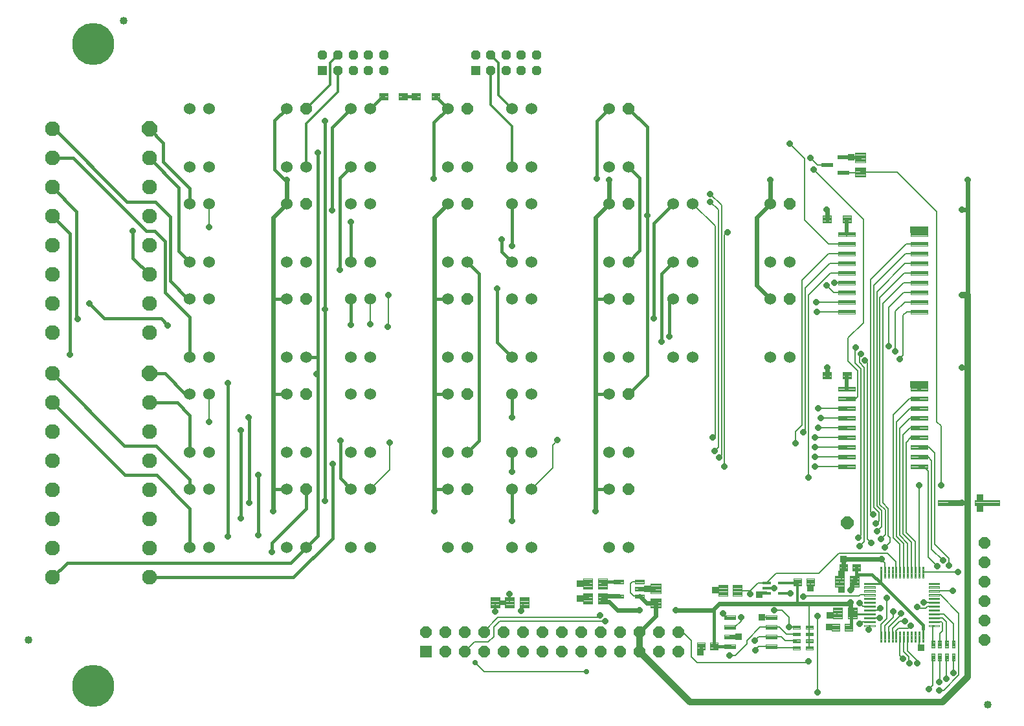
<source format=gtl>
G75*
%MOIN*%
%OFA0B0*%
%FSLAX25Y25*%
%IPPOS*%
%LPD*%
%AMOC8*
5,1,8,0,0,1.08239X$1,22.5*
%
%ADD10OC8,0.05906*%
%ADD11R,0.05906X0.05906*%
%ADD12OC8,0.07677*%
%ADD13C,0.07677*%
%ADD14C,0.00394*%
%ADD15C,0.00402*%
%ADD16C,0.00396*%
%ADD17C,0.00409*%
%ADD18C,0.00390*%
%ADD19C,0.00406*%
%ADD20C,0.04000*%
%ADD21OC8,0.06496*%
%ADD22C,0.00100*%
%ADD23R,0.04724X0.04724*%
%ADD24OC8,0.04724*%
%ADD25OC8,0.06000*%
%ADD26C,0.06000*%
%ADD27C,0.21654*%
%ADD28R,0.03175X0.03175*%
%ADD29C,0.01600*%
%ADD30C,0.00800*%
%ADD31C,0.01200*%
%ADD32C,0.01000*%
%ADD33OC8,0.03175*%
%ADD34C,0.02000*%
%ADD35C,0.02400*%
%ADD36C,0.03200*%
%ADD37OC8,0.02781*%
D10*
X0309333Y0078028D03*
X0319333Y0078028D03*
X0329333Y0078028D03*
X0339333Y0078028D03*
X0349333Y0078028D03*
X0359333Y0078028D03*
X0369333Y0078028D03*
X0379333Y0078028D03*
X0389333Y0078028D03*
X0399333Y0078028D03*
X0409333Y0078028D03*
X0419333Y0078028D03*
X0429333Y0078028D03*
X0439333Y0078028D03*
X0439333Y0068028D03*
X0429333Y0068028D03*
X0419333Y0068028D03*
X0409333Y0068028D03*
X0399333Y0068028D03*
X0389333Y0068028D03*
X0379333Y0068028D03*
X0369333Y0068028D03*
X0359333Y0068028D03*
X0349333Y0068028D03*
X0339333Y0068028D03*
X0329333Y0068028D03*
X0319333Y0068028D03*
X0596938Y0074065D03*
X0596938Y0084065D03*
X0596938Y0094065D03*
X0596938Y0104065D03*
X0596938Y0114065D03*
X0596938Y0124065D03*
D11*
X0309333Y0068028D03*
D12*
X0166932Y0211236D03*
X0166932Y0337220D03*
D13*
X0166932Y0322220D03*
X0166932Y0307220D03*
X0166932Y0292220D03*
X0166932Y0277220D03*
X0166932Y0262220D03*
X0166932Y0247220D03*
X0166932Y0232220D03*
X0166932Y0196236D03*
X0166932Y0181236D03*
X0166932Y0166236D03*
X0166932Y0151236D03*
X0166932Y0136236D03*
X0166932Y0121236D03*
X0166932Y0106236D03*
X0116932Y0106236D03*
X0116932Y0121236D03*
X0116932Y0136236D03*
X0116932Y0151236D03*
X0116932Y0166236D03*
X0116932Y0181236D03*
X0116932Y0196236D03*
X0116932Y0211236D03*
X0116932Y0232220D03*
X0116932Y0247220D03*
X0116932Y0262220D03*
X0116932Y0277220D03*
X0116932Y0292220D03*
X0116932Y0307220D03*
X0116932Y0322220D03*
X0116932Y0337220D03*
D14*
X0285155Y0355836D02*
X0289485Y0355836D01*
X0289485Y0352294D01*
X0285155Y0352294D01*
X0285155Y0355836D01*
X0285155Y0352687D02*
X0289485Y0352687D01*
X0289485Y0353080D02*
X0285155Y0353080D01*
X0285155Y0353473D02*
X0289485Y0353473D01*
X0289485Y0353866D02*
X0285155Y0353866D01*
X0285155Y0354259D02*
X0289485Y0354259D01*
X0289485Y0354652D02*
X0285155Y0354652D01*
X0285155Y0355045D02*
X0289485Y0355045D01*
X0289485Y0355438D02*
X0285155Y0355438D01*
X0285155Y0355831D02*
X0289485Y0355831D01*
X0295391Y0355836D02*
X0299721Y0355836D01*
X0299721Y0352294D01*
X0295391Y0352294D01*
X0295391Y0355836D01*
X0295391Y0352687D02*
X0299721Y0352687D01*
X0299721Y0353080D02*
X0295391Y0353080D01*
X0295391Y0353473D02*
X0299721Y0353473D01*
X0299721Y0353866D02*
X0295391Y0353866D01*
X0295391Y0354259D02*
X0299721Y0354259D01*
X0299721Y0354652D02*
X0295391Y0354652D01*
X0295391Y0355045D02*
X0299721Y0355045D01*
X0299721Y0355438D02*
X0295391Y0355438D01*
X0295391Y0355831D02*
X0299721Y0355831D01*
X0301905Y0352294D02*
X0306235Y0352294D01*
X0301905Y0352294D02*
X0301905Y0355836D01*
X0306235Y0355836D01*
X0306235Y0352294D01*
X0306235Y0352687D02*
X0301905Y0352687D01*
X0301905Y0353080D02*
X0306235Y0353080D01*
X0306235Y0353473D02*
X0301905Y0353473D01*
X0301905Y0353866D02*
X0306235Y0353866D01*
X0306235Y0354259D02*
X0301905Y0354259D01*
X0301905Y0354652D02*
X0306235Y0354652D01*
X0306235Y0355045D02*
X0301905Y0355045D01*
X0301905Y0355438D02*
X0306235Y0355438D01*
X0306235Y0355831D02*
X0301905Y0355831D01*
X0312141Y0352294D02*
X0316471Y0352294D01*
X0312141Y0352294D02*
X0312141Y0355836D01*
X0316471Y0355836D01*
X0316471Y0352294D01*
X0316471Y0352687D02*
X0312141Y0352687D01*
X0312141Y0353080D02*
X0316471Y0353080D01*
X0316471Y0353473D02*
X0312141Y0353473D01*
X0312141Y0353866D02*
X0316471Y0353866D01*
X0316471Y0354259D02*
X0312141Y0354259D01*
X0312141Y0354652D02*
X0316471Y0354652D01*
X0316471Y0355045D02*
X0312141Y0355045D01*
X0312141Y0355438D02*
X0316471Y0355438D01*
X0316471Y0355831D02*
X0312141Y0355831D01*
X0513655Y0289094D02*
X0517985Y0289094D01*
X0513655Y0289094D02*
X0513655Y0292636D01*
X0517985Y0292636D01*
X0517985Y0289094D01*
X0517985Y0289487D02*
X0513655Y0289487D01*
X0513655Y0289880D02*
X0517985Y0289880D01*
X0517985Y0290273D02*
X0513655Y0290273D01*
X0513655Y0290666D02*
X0517985Y0290666D01*
X0517985Y0291059D02*
X0513655Y0291059D01*
X0513655Y0291452D02*
X0517985Y0291452D01*
X0517985Y0291845D02*
X0513655Y0291845D01*
X0513655Y0292238D02*
X0517985Y0292238D01*
X0517985Y0292631D02*
X0513655Y0292631D01*
X0523891Y0289094D02*
X0528221Y0289094D01*
X0523891Y0289094D02*
X0523891Y0292636D01*
X0528221Y0292636D01*
X0528221Y0289094D01*
X0528221Y0289487D02*
X0523891Y0289487D01*
X0523891Y0289880D02*
X0528221Y0289880D01*
X0528221Y0290273D02*
X0523891Y0290273D01*
X0523891Y0290666D02*
X0528221Y0290666D01*
X0528221Y0291059D02*
X0523891Y0291059D01*
X0523891Y0291452D02*
X0528221Y0291452D01*
X0528221Y0291845D02*
X0523891Y0291845D01*
X0523891Y0292238D02*
X0528221Y0292238D01*
X0528221Y0292631D02*
X0523891Y0292631D01*
X0523891Y0208644D02*
X0528221Y0208644D01*
X0523891Y0208644D02*
X0523891Y0212186D01*
X0528221Y0212186D01*
X0528221Y0208644D01*
X0528221Y0209037D02*
X0523891Y0209037D01*
X0523891Y0209430D02*
X0528221Y0209430D01*
X0528221Y0209823D02*
X0523891Y0209823D01*
X0523891Y0210216D02*
X0528221Y0210216D01*
X0528221Y0210609D02*
X0523891Y0210609D01*
X0523891Y0211002D02*
X0528221Y0211002D01*
X0528221Y0211395D02*
X0523891Y0211395D01*
X0523891Y0211788D02*
X0528221Y0211788D01*
X0528221Y0212181D02*
X0523891Y0212181D01*
X0517985Y0208644D02*
X0513655Y0208644D01*
X0513655Y0212186D01*
X0517985Y0212186D01*
X0517985Y0208644D01*
X0517985Y0209037D02*
X0513655Y0209037D01*
X0513655Y0209430D02*
X0517985Y0209430D01*
X0517985Y0209823D02*
X0513655Y0209823D01*
X0513655Y0210216D02*
X0517985Y0210216D01*
X0517985Y0210609D02*
X0513655Y0210609D01*
X0513655Y0211002D02*
X0517985Y0211002D01*
X0517985Y0211395D02*
X0513655Y0211395D01*
X0513655Y0211788D02*
X0517985Y0211788D01*
X0517985Y0212181D02*
X0513655Y0212181D01*
X0522373Y0109594D02*
X0526309Y0109594D01*
X0522373Y0109594D02*
X0522373Y0113136D01*
X0526309Y0113136D01*
X0526309Y0109594D01*
X0526309Y0109987D02*
X0522373Y0109987D01*
X0522373Y0110380D02*
X0526309Y0110380D01*
X0526309Y0110773D02*
X0522373Y0110773D01*
X0522373Y0111166D02*
X0526309Y0111166D01*
X0526309Y0111559D02*
X0522373Y0111559D01*
X0522373Y0111952D02*
X0526309Y0111952D01*
X0526309Y0112345D02*
X0522373Y0112345D01*
X0522373Y0112738D02*
X0526309Y0112738D01*
X0526309Y0113131D02*
X0522373Y0113131D01*
X0529066Y0109594D02*
X0533002Y0109594D01*
X0529066Y0109594D02*
X0529066Y0113136D01*
X0533002Y0113136D01*
X0533002Y0109594D01*
X0533002Y0109987D02*
X0529066Y0109987D01*
X0529066Y0110380D02*
X0533002Y0110380D01*
X0533002Y0110773D02*
X0529066Y0110773D01*
X0529066Y0111166D02*
X0533002Y0111166D01*
X0533002Y0111559D02*
X0529066Y0111559D01*
X0529066Y0111952D02*
X0533002Y0111952D01*
X0533002Y0112345D02*
X0529066Y0112345D01*
X0529066Y0112738D02*
X0533002Y0112738D01*
X0533002Y0113131D02*
X0529066Y0113131D01*
X0509252Y0102044D02*
X0505316Y0102044D01*
X0505316Y0105586D01*
X0509252Y0105586D01*
X0509252Y0102044D01*
X0509252Y0102437D02*
X0505316Y0102437D01*
X0505316Y0102830D02*
X0509252Y0102830D01*
X0509252Y0103223D02*
X0505316Y0103223D01*
X0505316Y0103616D02*
X0509252Y0103616D01*
X0509252Y0104009D02*
X0505316Y0104009D01*
X0505316Y0104402D02*
X0509252Y0104402D01*
X0509252Y0104795D02*
X0505316Y0104795D01*
X0505316Y0105188D02*
X0509252Y0105188D01*
X0509252Y0105581D02*
X0505316Y0105581D01*
X0502559Y0102044D02*
X0498623Y0102044D01*
X0498623Y0105586D01*
X0502559Y0105586D01*
X0502559Y0102044D01*
X0502559Y0102437D02*
X0498623Y0102437D01*
X0498623Y0102830D02*
X0502559Y0102830D01*
X0502559Y0103223D02*
X0498623Y0103223D01*
X0498623Y0103616D02*
X0502559Y0103616D01*
X0502559Y0104009D02*
X0498623Y0104009D01*
X0498623Y0104402D02*
X0502559Y0104402D01*
X0502559Y0104795D02*
X0498623Y0104795D01*
X0498623Y0105188D02*
X0502559Y0105188D01*
X0502559Y0105581D02*
X0498623Y0105581D01*
X0498320Y0081417D02*
X0498320Y0079843D01*
X0498320Y0081417D02*
X0501862Y0081417D01*
X0501862Y0079843D01*
X0498320Y0079843D01*
X0498320Y0080236D02*
X0501862Y0080236D01*
X0501862Y0080629D02*
X0498320Y0080629D01*
X0498320Y0081022D02*
X0501862Y0081022D01*
X0501862Y0081415D02*
X0498320Y0081415D01*
X0498320Y0077874D02*
X0498320Y0076300D01*
X0498320Y0077874D02*
X0501862Y0077874D01*
X0501862Y0076300D01*
X0498320Y0076300D01*
X0498320Y0076693D02*
X0501862Y0076693D01*
X0501862Y0077086D02*
X0498320Y0077086D01*
X0498320Y0077479D02*
X0501862Y0077479D01*
X0501862Y0077872D02*
X0498320Y0077872D01*
X0498320Y0074330D02*
X0498320Y0072756D01*
X0498320Y0074330D02*
X0501862Y0074330D01*
X0501862Y0072756D01*
X0498320Y0072756D01*
X0498320Y0073149D02*
X0501862Y0073149D01*
X0501862Y0073542D02*
X0498320Y0073542D01*
X0498320Y0073935D02*
X0501862Y0073935D01*
X0501862Y0074328D02*
X0498320Y0074328D01*
X0498320Y0070787D02*
X0498320Y0069213D01*
X0498320Y0070787D02*
X0501862Y0070787D01*
X0501862Y0069213D01*
X0498320Y0069213D01*
X0498320Y0069606D02*
X0501862Y0069606D01*
X0501862Y0069999D02*
X0498320Y0069999D01*
X0498320Y0070392D02*
X0501862Y0070392D01*
X0501862Y0070785D02*
X0498320Y0070785D01*
X0505013Y0070787D02*
X0505013Y0069213D01*
X0505013Y0070787D02*
X0508555Y0070787D01*
X0508555Y0069213D01*
X0505013Y0069213D01*
X0505013Y0069606D02*
X0508555Y0069606D01*
X0508555Y0069999D02*
X0505013Y0069999D01*
X0505013Y0070392D02*
X0508555Y0070392D01*
X0508555Y0070785D02*
X0505013Y0070785D01*
X0505013Y0072756D02*
X0505013Y0074330D01*
X0508555Y0074330D01*
X0508555Y0072756D01*
X0505013Y0072756D01*
X0505013Y0073149D02*
X0508555Y0073149D01*
X0508555Y0073542D02*
X0505013Y0073542D01*
X0505013Y0073935D02*
X0508555Y0073935D01*
X0508555Y0074328D02*
X0505013Y0074328D01*
X0505013Y0076300D02*
X0505013Y0077874D01*
X0508555Y0077874D01*
X0508555Y0076300D01*
X0505013Y0076300D01*
X0505013Y0076693D02*
X0508555Y0076693D01*
X0508555Y0077086D02*
X0505013Y0077086D01*
X0505013Y0077479D02*
X0508555Y0077479D01*
X0508555Y0077872D02*
X0505013Y0077872D01*
X0505013Y0079843D02*
X0505013Y0081417D01*
X0508555Y0081417D01*
X0508555Y0079843D01*
X0505013Y0079843D01*
X0505013Y0080236D02*
X0508555Y0080236D01*
X0508555Y0080629D02*
X0505013Y0080629D01*
X0505013Y0081022D02*
X0508555Y0081022D01*
X0508555Y0081415D02*
X0505013Y0081415D01*
X0518373Y0082336D02*
X0522309Y0082336D01*
X0522309Y0078794D01*
X0518373Y0078794D01*
X0518373Y0082336D01*
X0518373Y0079187D02*
X0522309Y0079187D01*
X0522309Y0079580D02*
X0518373Y0079580D01*
X0518373Y0079973D02*
X0522309Y0079973D01*
X0522309Y0080366D02*
X0518373Y0080366D01*
X0518373Y0080759D02*
X0522309Y0080759D01*
X0522309Y0081152D02*
X0518373Y0081152D01*
X0518373Y0081545D02*
X0522309Y0081545D01*
X0522309Y0081938D02*
X0518373Y0081938D01*
X0518373Y0082331D02*
X0522309Y0082331D01*
X0525066Y0082336D02*
X0529002Y0082336D01*
X0529002Y0078794D01*
X0525066Y0078794D01*
X0525066Y0082336D01*
X0525066Y0079187D02*
X0529002Y0079187D01*
X0529002Y0079580D02*
X0525066Y0079580D01*
X0525066Y0079973D02*
X0529002Y0079973D01*
X0529002Y0080366D02*
X0525066Y0080366D01*
X0525066Y0080759D02*
X0529002Y0080759D01*
X0529002Y0081152D02*
X0525066Y0081152D01*
X0525066Y0081545D02*
X0529002Y0081545D01*
X0529002Y0081938D02*
X0525066Y0081938D01*
X0525066Y0082331D02*
X0529002Y0082331D01*
X0569586Y0073682D02*
X0571160Y0073682D01*
X0571160Y0070140D01*
X0569586Y0070140D01*
X0569586Y0073682D01*
X0569586Y0070533D02*
X0571160Y0070533D01*
X0571160Y0070926D02*
X0569586Y0070926D01*
X0569586Y0071319D02*
X0571160Y0071319D01*
X0571160Y0071712D02*
X0569586Y0071712D01*
X0569586Y0072105D02*
X0571160Y0072105D01*
X0571160Y0072498D02*
X0569586Y0072498D01*
X0569586Y0072891D02*
X0571160Y0072891D01*
X0571160Y0073284D02*
X0569586Y0073284D01*
X0569586Y0073677D02*
X0571160Y0073677D01*
X0573129Y0073682D02*
X0574703Y0073682D01*
X0574703Y0070140D01*
X0573129Y0070140D01*
X0573129Y0073682D01*
X0573129Y0070533D02*
X0574703Y0070533D01*
X0574703Y0070926D02*
X0573129Y0070926D01*
X0573129Y0071319D02*
X0574703Y0071319D01*
X0574703Y0071712D02*
X0573129Y0071712D01*
X0573129Y0072105D02*
X0574703Y0072105D01*
X0574703Y0072498D02*
X0573129Y0072498D01*
X0573129Y0072891D02*
X0574703Y0072891D01*
X0574703Y0073284D02*
X0573129Y0073284D01*
X0573129Y0073677D02*
X0574703Y0073677D01*
X0576672Y0073682D02*
X0578246Y0073682D01*
X0578246Y0070140D01*
X0576672Y0070140D01*
X0576672Y0073682D01*
X0576672Y0070533D02*
X0578246Y0070533D01*
X0578246Y0070926D02*
X0576672Y0070926D01*
X0576672Y0071319D02*
X0578246Y0071319D01*
X0578246Y0071712D02*
X0576672Y0071712D01*
X0576672Y0072105D02*
X0578246Y0072105D01*
X0578246Y0072498D02*
X0576672Y0072498D01*
X0576672Y0072891D02*
X0578246Y0072891D01*
X0578246Y0073284D02*
X0576672Y0073284D01*
X0576672Y0073677D02*
X0578246Y0073677D01*
X0580216Y0073682D02*
X0581790Y0073682D01*
X0581790Y0070140D01*
X0580216Y0070140D01*
X0580216Y0073682D01*
X0580216Y0070533D02*
X0581790Y0070533D01*
X0581790Y0070926D02*
X0580216Y0070926D01*
X0580216Y0071319D02*
X0581790Y0071319D01*
X0581790Y0071712D02*
X0580216Y0071712D01*
X0580216Y0072105D02*
X0581790Y0072105D01*
X0581790Y0072498D02*
X0580216Y0072498D01*
X0580216Y0072891D02*
X0581790Y0072891D01*
X0581790Y0073284D02*
X0580216Y0073284D01*
X0580216Y0073677D02*
X0581790Y0073677D01*
X0581790Y0066990D02*
X0580216Y0066990D01*
X0581790Y0066990D02*
X0581790Y0063448D01*
X0580216Y0063448D01*
X0580216Y0066990D01*
X0580216Y0063841D02*
X0581790Y0063841D01*
X0581790Y0064234D02*
X0580216Y0064234D01*
X0580216Y0064627D02*
X0581790Y0064627D01*
X0581790Y0065020D02*
X0580216Y0065020D01*
X0580216Y0065413D02*
X0581790Y0065413D01*
X0581790Y0065806D02*
X0580216Y0065806D01*
X0580216Y0066199D02*
X0581790Y0066199D01*
X0581790Y0066592D02*
X0580216Y0066592D01*
X0580216Y0066985D02*
X0581790Y0066985D01*
X0578246Y0066990D02*
X0576672Y0066990D01*
X0578246Y0066990D02*
X0578246Y0063448D01*
X0576672Y0063448D01*
X0576672Y0066990D01*
X0576672Y0063841D02*
X0578246Y0063841D01*
X0578246Y0064234D02*
X0576672Y0064234D01*
X0576672Y0064627D02*
X0578246Y0064627D01*
X0578246Y0065020D02*
X0576672Y0065020D01*
X0576672Y0065413D02*
X0578246Y0065413D01*
X0578246Y0065806D02*
X0576672Y0065806D01*
X0576672Y0066199D02*
X0578246Y0066199D01*
X0578246Y0066592D02*
X0576672Y0066592D01*
X0576672Y0066985D02*
X0578246Y0066985D01*
X0574703Y0066990D02*
X0573129Y0066990D01*
X0574703Y0066990D02*
X0574703Y0063448D01*
X0573129Y0063448D01*
X0573129Y0066990D01*
X0573129Y0063841D02*
X0574703Y0063841D01*
X0574703Y0064234D02*
X0573129Y0064234D01*
X0573129Y0064627D02*
X0574703Y0064627D01*
X0574703Y0065020D02*
X0573129Y0065020D01*
X0573129Y0065413D02*
X0574703Y0065413D01*
X0574703Y0065806D02*
X0573129Y0065806D01*
X0573129Y0066199D02*
X0574703Y0066199D01*
X0574703Y0066592D02*
X0573129Y0066592D01*
X0573129Y0066985D02*
X0574703Y0066985D01*
X0571160Y0066990D02*
X0569586Y0066990D01*
X0571160Y0066990D02*
X0571160Y0063448D01*
X0569586Y0063448D01*
X0569586Y0066990D01*
X0569586Y0063841D02*
X0571160Y0063841D01*
X0571160Y0064234D02*
X0569586Y0064234D01*
X0569586Y0064627D02*
X0571160Y0064627D01*
X0571160Y0065020D02*
X0569586Y0065020D01*
X0569586Y0065413D02*
X0571160Y0065413D01*
X0571160Y0065806D02*
X0569586Y0065806D01*
X0569586Y0066199D02*
X0571160Y0066199D01*
X0571160Y0066592D02*
X0569586Y0066592D01*
X0569586Y0066985D02*
X0571160Y0066985D01*
X0459502Y0069044D02*
X0455566Y0069044D01*
X0455566Y0072586D01*
X0459502Y0072586D01*
X0459502Y0069044D01*
X0459502Y0069437D02*
X0455566Y0069437D01*
X0455566Y0069830D02*
X0459502Y0069830D01*
X0459502Y0070223D02*
X0455566Y0070223D01*
X0455566Y0070616D02*
X0459502Y0070616D01*
X0459502Y0071009D02*
X0455566Y0071009D01*
X0455566Y0071402D02*
X0459502Y0071402D01*
X0459502Y0071795D02*
X0455566Y0071795D01*
X0455566Y0072188D02*
X0459502Y0072188D01*
X0459502Y0072581D02*
X0455566Y0072581D01*
X0452809Y0069044D02*
X0448873Y0069044D01*
X0448873Y0072586D01*
X0452809Y0072586D01*
X0452809Y0069044D01*
X0452809Y0069437D02*
X0448873Y0069437D01*
X0448873Y0069830D02*
X0452809Y0069830D01*
X0452809Y0070223D02*
X0448873Y0070223D01*
X0448873Y0070616D02*
X0452809Y0070616D01*
X0452809Y0071009D02*
X0448873Y0071009D01*
X0448873Y0071402D02*
X0452809Y0071402D01*
X0452809Y0071795D02*
X0448873Y0071795D01*
X0448873Y0072188D02*
X0452809Y0072188D01*
X0452809Y0072581D02*
X0448873Y0072581D01*
D15*
X0462958Y0071565D02*
X0468658Y0071565D01*
X0468658Y0069605D01*
X0462958Y0069605D01*
X0462958Y0071565D01*
X0462958Y0070006D02*
X0468658Y0070006D01*
X0468658Y0070407D02*
X0462958Y0070407D01*
X0462958Y0070808D02*
X0468658Y0070808D01*
X0468658Y0071209D02*
X0462958Y0071209D01*
X0462958Y0076565D02*
X0468658Y0076565D01*
X0468658Y0074605D01*
X0462958Y0074605D01*
X0462958Y0076565D01*
X0462958Y0075006D02*
X0468658Y0075006D01*
X0468658Y0075407D02*
X0462958Y0075407D01*
X0462958Y0075808D02*
X0468658Y0075808D01*
X0468658Y0076209D02*
X0462958Y0076209D01*
X0462958Y0081565D02*
X0468658Y0081565D01*
X0468658Y0079605D01*
X0462958Y0079605D01*
X0462958Y0081565D01*
X0462958Y0080006D02*
X0468658Y0080006D01*
X0468658Y0080407D02*
X0462958Y0080407D01*
X0462958Y0080808D02*
X0468658Y0080808D01*
X0468658Y0081209D02*
X0462958Y0081209D01*
X0462958Y0086565D02*
X0468658Y0086565D01*
X0468658Y0084605D01*
X0462958Y0084605D01*
X0462958Y0086565D01*
X0462958Y0085006D02*
X0468658Y0085006D01*
X0468658Y0085407D02*
X0462958Y0085407D01*
X0462958Y0085808D02*
X0468658Y0085808D01*
X0468658Y0086209D02*
X0462958Y0086209D01*
X0484218Y0086565D02*
X0489918Y0086565D01*
X0489918Y0084605D01*
X0484218Y0084605D01*
X0484218Y0086565D01*
X0484218Y0085006D02*
X0489918Y0085006D01*
X0489918Y0085407D02*
X0484218Y0085407D01*
X0484218Y0085808D02*
X0489918Y0085808D01*
X0489918Y0086209D02*
X0484218Y0086209D01*
X0484218Y0081565D02*
X0489918Y0081565D01*
X0489918Y0079605D01*
X0484218Y0079605D01*
X0484218Y0081565D01*
X0484218Y0080006D02*
X0489918Y0080006D01*
X0489918Y0080407D02*
X0484218Y0080407D01*
X0484218Y0080808D02*
X0489918Y0080808D01*
X0489918Y0081209D02*
X0484218Y0081209D01*
X0484218Y0076565D02*
X0489918Y0076565D01*
X0489918Y0074605D01*
X0484218Y0074605D01*
X0484218Y0076565D01*
X0484218Y0075006D02*
X0489918Y0075006D01*
X0489918Y0075407D02*
X0484218Y0075407D01*
X0484218Y0075808D02*
X0489918Y0075808D01*
X0489918Y0076209D02*
X0484218Y0076209D01*
X0484218Y0071565D02*
X0489918Y0071565D01*
X0489918Y0069605D01*
X0484218Y0069605D01*
X0484218Y0071565D01*
X0484218Y0070006D02*
X0489918Y0070006D01*
X0489918Y0070407D02*
X0484218Y0070407D01*
X0484218Y0070808D02*
X0489918Y0070808D01*
X0489918Y0071209D02*
X0484218Y0071209D01*
D16*
X0535136Y0081163D02*
X0535136Y0081867D01*
X0540540Y0081867D01*
X0540540Y0081163D01*
X0535136Y0081163D01*
X0535136Y0081558D02*
X0540540Y0081558D01*
X0535136Y0083063D02*
X0535136Y0083767D01*
X0540540Y0083767D01*
X0540540Y0083063D01*
X0535136Y0083063D01*
X0535136Y0083458D02*
X0540540Y0083458D01*
X0535136Y0085063D02*
X0535136Y0085767D01*
X0540540Y0085767D01*
X0540540Y0085063D01*
X0535136Y0085063D01*
X0535136Y0085458D02*
X0540540Y0085458D01*
X0535136Y0087063D02*
X0535136Y0087767D01*
X0540540Y0087767D01*
X0540540Y0087063D01*
X0535136Y0087063D01*
X0535136Y0087458D02*
X0540540Y0087458D01*
X0535136Y0088963D02*
X0535136Y0089667D01*
X0540540Y0089667D01*
X0540540Y0088963D01*
X0535136Y0088963D01*
X0535136Y0089358D02*
X0540540Y0089358D01*
X0535136Y0090963D02*
X0535136Y0091667D01*
X0540540Y0091667D01*
X0540540Y0090963D01*
X0535136Y0090963D01*
X0535136Y0091358D02*
X0540540Y0091358D01*
X0535136Y0092963D02*
X0535136Y0093667D01*
X0540540Y0093667D01*
X0540540Y0092963D01*
X0535136Y0092963D01*
X0535136Y0093358D02*
X0540540Y0093358D01*
X0535136Y0094963D02*
X0535136Y0095667D01*
X0540540Y0095667D01*
X0540540Y0094963D01*
X0535136Y0094963D01*
X0535136Y0095358D02*
X0540540Y0095358D01*
X0535136Y0096863D02*
X0535136Y0097567D01*
X0540540Y0097567D01*
X0540540Y0096863D01*
X0535136Y0096863D01*
X0535136Y0097258D02*
X0540540Y0097258D01*
X0535136Y0098863D02*
X0535136Y0099567D01*
X0540540Y0099567D01*
X0540540Y0098863D01*
X0535136Y0098863D01*
X0535136Y0099258D02*
X0540540Y0099258D01*
X0535136Y0100863D02*
X0535136Y0101567D01*
X0540540Y0101567D01*
X0540540Y0100863D01*
X0535136Y0100863D01*
X0535136Y0101258D02*
X0540540Y0101258D01*
X0535136Y0102763D02*
X0535136Y0103467D01*
X0540540Y0103467D01*
X0540540Y0102763D01*
X0535136Y0102763D01*
X0535136Y0103158D02*
X0540540Y0103158D01*
X0543286Y0111617D02*
X0543990Y0111617D01*
X0543990Y0106213D01*
X0543286Y0106213D01*
X0543286Y0111617D01*
X0543286Y0106608D02*
X0543990Y0106608D01*
X0543990Y0107003D02*
X0543286Y0107003D01*
X0543286Y0107398D02*
X0543990Y0107398D01*
X0543990Y0107793D02*
X0543286Y0107793D01*
X0543286Y0108188D02*
X0543990Y0108188D01*
X0543990Y0108583D02*
X0543286Y0108583D01*
X0543286Y0108978D02*
X0543990Y0108978D01*
X0543990Y0109373D02*
X0543286Y0109373D01*
X0543286Y0109768D02*
X0543990Y0109768D01*
X0543990Y0110163D02*
X0543286Y0110163D01*
X0543286Y0110558D02*
X0543990Y0110558D01*
X0543990Y0110953D02*
X0543286Y0110953D01*
X0543286Y0111348D02*
X0543990Y0111348D01*
X0545186Y0111617D02*
X0545890Y0111617D01*
X0545890Y0106213D01*
X0545186Y0106213D01*
X0545186Y0111617D01*
X0545186Y0106608D02*
X0545890Y0106608D01*
X0545890Y0107003D02*
X0545186Y0107003D01*
X0545186Y0107398D02*
X0545890Y0107398D01*
X0545890Y0107793D02*
X0545186Y0107793D01*
X0545186Y0108188D02*
X0545890Y0108188D01*
X0545890Y0108583D02*
X0545186Y0108583D01*
X0545186Y0108978D02*
X0545890Y0108978D01*
X0545890Y0109373D02*
X0545186Y0109373D01*
X0545186Y0109768D02*
X0545890Y0109768D01*
X0545890Y0110163D02*
X0545186Y0110163D01*
X0545186Y0110558D02*
X0545890Y0110558D01*
X0545890Y0110953D02*
X0545186Y0110953D01*
X0545186Y0111348D02*
X0545890Y0111348D01*
X0547186Y0111617D02*
X0547890Y0111617D01*
X0547890Y0106213D01*
X0547186Y0106213D01*
X0547186Y0111617D01*
X0547186Y0106608D02*
X0547890Y0106608D01*
X0547890Y0107003D02*
X0547186Y0107003D01*
X0547186Y0107398D02*
X0547890Y0107398D01*
X0547890Y0107793D02*
X0547186Y0107793D01*
X0547186Y0108188D02*
X0547890Y0108188D01*
X0547890Y0108583D02*
X0547186Y0108583D01*
X0547186Y0108978D02*
X0547890Y0108978D01*
X0547890Y0109373D02*
X0547186Y0109373D01*
X0547186Y0109768D02*
X0547890Y0109768D01*
X0547890Y0110163D02*
X0547186Y0110163D01*
X0547186Y0110558D02*
X0547890Y0110558D01*
X0547890Y0110953D02*
X0547186Y0110953D01*
X0547186Y0111348D02*
X0547890Y0111348D01*
X0549186Y0111617D02*
X0549890Y0111617D01*
X0549890Y0106213D01*
X0549186Y0106213D01*
X0549186Y0111617D01*
X0549186Y0106608D02*
X0549890Y0106608D01*
X0549890Y0107003D02*
X0549186Y0107003D01*
X0549186Y0107398D02*
X0549890Y0107398D01*
X0549890Y0107793D02*
X0549186Y0107793D01*
X0549186Y0108188D02*
X0549890Y0108188D01*
X0549890Y0108583D02*
X0549186Y0108583D01*
X0549186Y0108978D02*
X0549890Y0108978D01*
X0549890Y0109373D02*
X0549186Y0109373D01*
X0549186Y0109768D02*
X0549890Y0109768D01*
X0549890Y0110163D02*
X0549186Y0110163D01*
X0549186Y0110558D02*
X0549890Y0110558D01*
X0549890Y0110953D02*
X0549186Y0110953D01*
X0549186Y0111348D02*
X0549890Y0111348D01*
X0551086Y0111617D02*
X0551790Y0111617D01*
X0551790Y0106213D01*
X0551086Y0106213D01*
X0551086Y0111617D01*
X0551086Y0106608D02*
X0551790Y0106608D01*
X0551790Y0107003D02*
X0551086Y0107003D01*
X0551086Y0107398D02*
X0551790Y0107398D01*
X0551790Y0107793D02*
X0551086Y0107793D01*
X0551086Y0108188D02*
X0551790Y0108188D01*
X0551790Y0108583D02*
X0551086Y0108583D01*
X0551086Y0108978D02*
X0551790Y0108978D01*
X0551790Y0109373D02*
X0551086Y0109373D01*
X0551086Y0109768D02*
X0551790Y0109768D01*
X0551790Y0110163D02*
X0551086Y0110163D01*
X0551086Y0110558D02*
X0551790Y0110558D01*
X0551790Y0110953D02*
X0551086Y0110953D01*
X0551086Y0111348D02*
X0551790Y0111348D01*
X0553086Y0111617D02*
X0553790Y0111617D01*
X0553790Y0106213D01*
X0553086Y0106213D01*
X0553086Y0111617D01*
X0553086Y0106608D02*
X0553790Y0106608D01*
X0553790Y0107003D02*
X0553086Y0107003D01*
X0553086Y0107398D02*
X0553790Y0107398D01*
X0553790Y0107793D02*
X0553086Y0107793D01*
X0553086Y0108188D02*
X0553790Y0108188D01*
X0553790Y0108583D02*
X0553086Y0108583D01*
X0553086Y0108978D02*
X0553790Y0108978D01*
X0553790Y0109373D02*
X0553086Y0109373D01*
X0553086Y0109768D02*
X0553790Y0109768D01*
X0553790Y0110163D02*
X0553086Y0110163D01*
X0553086Y0110558D02*
X0553790Y0110558D01*
X0553790Y0110953D02*
X0553086Y0110953D01*
X0553086Y0111348D02*
X0553790Y0111348D01*
X0555086Y0111617D02*
X0555790Y0111617D01*
X0555790Y0106213D01*
X0555086Y0106213D01*
X0555086Y0111617D01*
X0555086Y0106608D02*
X0555790Y0106608D01*
X0555790Y0107003D02*
X0555086Y0107003D01*
X0555086Y0107398D02*
X0555790Y0107398D01*
X0555790Y0107793D02*
X0555086Y0107793D01*
X0555086Y0108188D02*
X0555790Y0108188D01*
X0555790Y0108583D02*
X0555086Y0108583D01*
X0555086Y0108978D02*
X0555790Y0108978D01*
X0555790Y0109373D02*
X0555086Y0109373D01*
X0555086Y0109768D02*
X0555790Y0109768D01*
X0555790Y0110163D02*
X0555086Y0110163D01*
X0555086Y0110558D02*
X0555790Y0110558D01*
X0555790Y0110953D02*
X0555086Y0110953D01*
X0555086Y0111348D02*
X0555790Y0111348D01*
X0557086Y0111617D02*
X0557790Y0111617D01*
X0557790Y0106213D01*
X0557086Y0106213D01*
X0557086Y0111617D01*
X0557086Y0106608D02*
X0557790Y0106608D01*
X0557790Y0107003D02*
X0557086Y0107003D01*
X0557086Y0107398D02*
X0557790Y0107398D01*
X0557790Y0107793D02*
X0557086Y0107793D01*
X0557086Y0108188D02*
X0557790Y0108188D01*
X0557790Y0108583D02*
X0557086Y0108583D01*
X0557086Y0108978D02*
X0557790Y0108978D01*
X0557790Y0109373D02*
X0557086Y0109373D01*
X0557086Y0109768D02*
X0557790Y0109768D01*
X0557790Y0110163D02*
X0557086Y0110163D01*
X0557086Y0110558D02*
X0557790Y0110558D01*
X0557790Y0110953D02*
X0557086Y0110953D01*
X0557086Y0111348D02*
X0557790Y0111348D01*
X0558986Y0111617D02*
X0559690Y0111617D01*
X0559690Y0106213D01*
X0558986Y0106213D01*
X0558986Y0111617D01*
X0558986Y0106608D02*
X0559690Y0106608D01*
X0559690Y0107003D02*
X0558986Y0107003D01*
X0558986Y0107398D02*
X0559690Y0107398D01*
X0559690Y0107793D02*
X0558986Y0107793D01*
X0558986Y0108188D02*
X0559690Y0108188D01*
X0559690Y0108583D02*
X0558986Y0108583D01*
X0558986Y0108978D02*
X0559690Y0108978D01*
X0559690Y0109373D02*
X0558986Y0109373D01*
X0558986Y0109768D02*
X0559690Y0109768D01*
X0559690Y0110163D02*
X0558986Y0110163D01*
X0558986Y0110558D02*
X0559690Y0110558D01*
X0559690Y0110953D02*
X0558986Y0110953D01*
X0558986Y0111348D02*
X0559690Y0111348D01*
X0560986Y0111617D02*
X0561690Y0111617D01*
X0561690Y0106213D01*
X0560986Y0106213D01*
X0560986Y0111617D01*
X0560986Y0106608D02*
X0561690Y0106608D01*
X0561690Y0107003D02*
X0560986Y0107003D01*
X0560986Y0107398D02*
X0561690Y0107398D01*
X0561690Y0107793D02*
X0560986Y0107793D01*
X0560986Y0108188D02*
X0561690Y0108188D01*
X0561690Y0108583D02*
X0560986Y0108583D01*
X0560986Y0108978D02*
X0561690Y0108978D01*
X0561690Y0109373D02*
X0560986Y0109373D01*
X0560986Y0109768D02*
X0561690Y0109768D01*
X0561690Y0110163D02*
X0560986Y0110163D01*
X0560986Y0110558D02*
X0561690Y0110558D01*
X0561690Y0110953D02*
X0560986Y0110953D01*
X0560986Y0111348D02*
X0561690Y0111348D01*
X0562986Y0111617D02*
X0563690Y0111617D01*
X0563690Y0106213D01*
X0562986Y0106213D01*
X0562986Y0111617D01*
X0562986Y0106608D02*
X0563690Y0106608D01*
X0563690Y0107003D02*
X0562986Y0107003D01*
X0562986Y0107398D02*
X0563690Y0107398D01*
X0563690Y0107793D02*
X0562986Y0107793D01*
X0562986Y0108188D02*
X0563690Y0108188D01*
X0563690Y0108583D02*
X0562986Y0108583D01*
X0562986Y0108978D02*
X0563690Y0108978D01*
X0563690Y0109373D02*
X0562986Y0109373D01*
X0562986Y0109768D02*
X0563690Y0109768D01*
X0563690Y0110163D02*
X0562986Y0110163D01*
X0562986Y0110558D02*
X0563690Y0110558D01*
X0563690Y0110953D02*
X0562986Y0110953D01*
X0562986Y0111348D02*
X0563690Y0111348D01*
X0564886Y0111617D02*
X0565590Y0111617D01*
X0565590Y0106213D01*
X0564886Y0106213D01*
X0564886Y0111617D01*
X0564886Y0106608D02*
X0565590Y0106608D01*
X0565590Y0107003D02*
X0564886Y0107003D01*
X0564886Y0107398D02*
X0565590Y0107398D01*
X0565590Y0107793D02*
X0564886Y0107793D01*
X0564886Y0108188D02*
X0565590Y0108188D01*
X0565590Y0108583D02*
X0564886Y0108583D01*
X0564886Y0108978D02*
X0565590Y0108978D01*
X0565590Y0109373D02*
X0564886Y0109373D01*
X0564886Y0109768D02*
X0565590Y0109768D01*
X0565590Y0110163D02*
X0564886Y0110163D01*
X0564886Y0110558D02*
X0565590Y0110558D01*
X0565590Y0110953D02*
X0564886Y0110953D01*
X0564886Y0111348D02*
X0565590Y0111348D01*
X0568336Y0103467D02*
X0568336Y0102763D01*
X0568336Y0103467D02*
X0573740Y0103467D01*
X0573740Y0102763D01*
X0568336Y0102763D01*
X0568336Y0103158D02*
X0573740Y0103158D01*
X0568336Y0101567D02*
X0568336Y0100863D01*
X0568336Y0101567D02*
X0573740Y0101567D01*
X0573740Y0100863D01*
X0568336Y0100863D01*
X0568336Y0101258D02*
X0573740Y0101258D01*
X0568336Y0099567D02*
X0568336Y0098863D01*
X0568336Y0099567D02*
X0573740Y0099567D01*
X0573740Y0098863D01*
X0568336Y0098863D01*
X0568336Y0099258D02*
X0573740Y0099258D01*
X0568336Y0097567D02*
X0568336Y0096863D01*
X0568336Y0097567D02*
X0573740Y0097567D01*
X0573740Y0096863D01*
X0568336Y0096863D01*
X0568336Y0097258D02*
X0573740Y0097258D01*
X0568336Y0095667D02*
X0568336Y0094963D01*
X0568336Y0095667D02*
X0573740Y0095667D01*
X0573740Y0094963D01*
X0568336Y0094963D01*
X0568336Y0095358D02*
X0573740Y0095358D01*
X0568336Y0093667D02*
X0568336Y0092963D01*
X0568336Y0093667D02*
X0573740Y0093667D01*
X0573740Y0092963D01*
X0568336Y0092963D01*
X0568336Y0093358D02*
X0573740Y0093358D01*
X0568336Y0091667D02*
X0568336Y0090963D01*
X0568336Y0091667D02*
X0573740Y0091667D01*
X0573740Y0090963D01*
X0568336Y0090963D01*
X0568336Y0091358D02*
X0573740Y0091358D01*
X0568336Y0089667D02*
X0568336Y0088963D01*
X0568336Y0089667D02*
X0573740Y0089667D01*
X0573740Y0088963D01*
X0568336Y0088963D01*
X0568336Y0089358D02*
X0573740Y0089358D01*
X0568336Y0087767D02*
X0568336Y0087063D01*
X0568336Y0087767D02*
X0573740Y0087767D01*
X0573740Y0087063D01*
X0568336Y0087063D01*
X0568336Y0087458D02*
X0573740Y0087458D01*
X0568336Y0085767D02*
X0568336Y0085063D01*
X0568336Y0085767D02*
X0573740Y0085767D01*
X0573740Y0085063D01*
X0568336Y0085063D01*
X0568336Y0085458D02*
X0573740Y0085458D01*
X0568336Y0083767D02*
X0568336Y0083063D01*
X0568336Y0083767D02*
X0573740Y0083767D01*
X0573740Y0083063D01*
X0568336Y0083063D01*
X0568336Y0083458D02*
X0573740Y0083458D01*
X0568336Y0081867D02*
X0568336Y0081163D01*
X0568336Y0081867D02*
X0573740Y0081867D01*
X0573740Y0081163D01*
X0568336Y0081163D01*
X0568336Y0081558D02*
X0573740Y0081558D01*
X0565590Y0078417D02*
X0564886Y0078417D01*
X0565590Y0078417D02*
X0565590Y0073013D01*
X0564886Y0073013D01*
X0564886Y0078417D01*
X0564886Y0073408D02*
X0565590Y0073408D01*
X0565590Y0073803D02*
X0564886Y0073803D01*
X0564886Y0074198D02*
X0565590Y0074198D01*
X0565590Y0074593D02*
X0564886Y0074593D01*
X0564886Y0074988D02*
X0565590Y0074988D01*
X0565590Y0075383D02*
X0564886Y0075383D01*
X0564886Y0075778D02*
X0565590Y0075778D01*
X0565590Y0076173D02*
X0564886Y0076173D01*
X0564886Y0076568D02*
X0565590Y0076568D01*
X0565590Y0076963D02*
X0564886Y0076963D01*
X0564886Y0077358D02*
X0565590Y0077358D01*
X0565590Y0077753D02*
X0564886Y0077753D01*
X0564886Y0078148D02*
X0565590Y0078148D01*
X0563690Y0078417D02*
X0562986Y0078417D01*
X0563690Y0078417D02*
X0563690Y0073013D01*
X0562986Y0073013D01*
X0562986Y0078417D01*
X0562986Y0073408D02*
X0563690Y0073408D01*
X0563690Y0073803D02*
X0562986Y0073803D01*
X0562986Y0074198D02*
X0563690Y0074198D01*
X0563690Y0074593D02*
X0562986Y0074593D01*
X0562986Y0074988D02*
X0563690Y0074988D01*
X0563690Y0075383D02*
X0562986Y0075383D01*
X0562986Y0075778D02*
X0563690Y0075778D01*
X0563690Y0076173D02*
X0562986Y0076173D01*
X0562986Y0076568D02*
X0563690Y0076568D01*
X0563690Y0076963D02*
X0562986Y0076963D01*
X0562986Y0077358D02*
X0563690Y0077358D01*
X0563690Y0077753D02*
X0562986Y0077753D01*
X0562986Y0078148D02*
X0563690Y0078148D01*
X0561690Y0078417D02*
X0560986Y0078417D01*
X0561690Y0078417D02*
X0561690Y0073013D01*
X0560986Y0073013D01*
X0560986Y0078417D01*
X0560986Y0073408D02*
X0561690Y0073408D01*
X0561690Y0073803D02*
X0560986Y0073803D01*
X0560986Y0074198D02*
X0561690Y0074198D01*
X0561690Y0074593D02*
X0560986Y0074593D01*
X0560986Y0074988D02*
X0561690Y0074988D01*
X0561690Y0075383D02*
X0560986Y0075383D01*
X0560986Y0075778D02*
X0561690Y0075778D01*
X0561690Y0076173D02*
X0560986Y0076173D01*
X0560986Y0076568D02*
X0561690Y0076568D01*
X0561690Y0076963D02*
X0560986Y0076963D01*
X0560986Y0077358D02*
X0561690Y0077358D01*
X0561690Y0077753D02*
X0560986Y0077753D01*
X0560986Y0078148D02*
X0561690Y0078148D01*
X0559690Y0078417D02*
X0558986Y0078417D01*
X0559690Y0078417D02*
X0559690Y0073013D01*
X0558986Y0073013D01*
X0558986Y0078417D01*
X0558986Y0073408D02*
X0559690Y0073408D01*
X0559690Y0073803D02*
X0558986Y0073803D01*
X0558986Y0074198D02*
X0559690Y0074198D01*
X0559690Y0074593D02*
X0558986Y0074593D01*
X0558986Y0074988D02*
X0559690Y0074988D01*
X0559690Y0075383D02*
X0558986Y0075383D01*
X0558986Y0075778D02*
X0559690Y0075778D01*
X0559690Y0076173D02*
X0558986Y0076173D01*
X0558986Y0076568D02*
X0559690Y0076568D01*
X0559690Y0076963D02*
X0558986Y0076963D01*
X0558986Y0077358D02*
X0559690Y0077358D01*
X0559690Y0077753D02*
X0558986Y0077753D01*
X0558986Y0078148D02*
X0559690Y0078148D01*
X0557790Y0078417D02*
X0557086Y0078417D01*
X0557790Y0078417D02*
X0557790Y0073013D01*
X0557086Y0073013D01*
X0557086Y0078417D01*
X0557086Y0073408D02*
X0557790Y0073408D01*
X0557790Y0073803D02*
X0557086Y0073803D01*
X0557086Y0074198D02*
X0557790Y0074198D01*
X0557790Y0074593D02*
X0557086Y0074593D01*
X0557086Y0074988D02*
X0557790Y0074988D01*
X0557790Y0075383D02*
X0557086Y0075383D01*
X0557086Y0075778D02*
X0557790Y0075778D01*
X0557790Y0076173D02*
X0557086Y0076173D01*
X0557086Y0076568D02*
X0557790Y0076568D01*
X0557790Y0076963D02*
X0557086Y0076963D01*
X0557086Y0077358D02*
X0557790Y0077358D01*
X0557790Y0077753D02*
X0557086Y0077753D01*
X0557086Y0078148D02*
X0557790Y0078148D01*
X0555790Y0078417D02*
X0555086Y0078417D01*
X0555790Y0078417D02*
X0555790Y0073013D01*
X0555086Y0073013D01*
X0555086Y0078417D01*
X0555086Y0073408D02*
X0555790Y0073408D01*
X0555790Y0073803D02*
X0555086Y0073803D01*
X0555086Y0074198D02*
X0555790Y0074198D01*
X0555790Y0074593D02*
X0555086Y0074593D01*
X0555086Y0074988D02*
X0555790Y0074988D01*
X0555790Y0075383D02*
X0555086Y0075383D01*
X0555086Y0075778D02*
X0555790Y0075778D01*
X0555790Y0076173D02*
X0555086Y0076173D01*
X0555086Y0076568D02*
X0555790Y0076568D01*
X0555790Y0076963D02*
X0555086Y0076963D01*
X0555086Y0077358D02*
X0555790Y0077358D01*
X0555790Y0077753D02*
X0555086Y0077753D01*
X0555086Y0078148D02*
X0555790Y0078148D01*
X0553790Y0078417D02*
X0553086Y0078417D01*
X0553790Y0078417D02*
X0553790Y0073013D01*
X0553086Y0073013D01*
X0553086Y0078417D01*
X0553086Y0073408D02*
X0553790Y0073408D01*
X0553790Y0073803D02*
X0553086Y0073803D01*
X0553086Y0074198D02*
X0553790Y0074198D01*
X0553790Y0074593D02*
X0553086Y0074593D01*
X0553086Y0074988D02*
X0553790Y0074988D01*
X0553790Y0075383D02*
X0553086Y0075383D01*
X0553086Y0075778D02*
X0553790Y0075778D01*
X0553790Y0076173D02*
X0553086Y0076173D01*
X0553086Y0076568D02*
X0553790Y0076568D01*
X0553790Y0076963D02*
X0553086Y0076963D01*
X0553086Y0077358D02*
X0553790Y0077358D01*
X0553790Y0077753D02*
X0553086Y0077753D01*
X0553086Y0078148D02*
X0553790Y0078148D01*
X0551790Y0078417D02*
X0551086Y0078417D01*
X0551790Y0078417D02*
X0551790Y0073013D01*
X0551086Y0073013D01*
X0551086Y0078417D01*
X0551086Y0073408D02*
X0551790Y0073408D01*
X0551790Y0073803D02*
X0551086Y0073803D01*
X0551086Y0074198D02*
X0551790Y0074198D01*
X0551790Y0074593D02*
X0551086Y0074593D01*
X0551086Y0074988D02*
X0551790Y0074988D01*
X0551790Y0075383D02*
X0551086Y0075383D01*
X0551086Y0075778D02*
X0551790Y0075778D01*
X0551790Y0076173D02*
X0551086Y0076173D01*
X0551086Y0076568D02*
X0551790Y0076568D01*
X0551790Y0076963D02*
X0551086Y0076963D01*
X0551086Y0077358D02*
X0551790Y0077358D01*
X0551790Y0077753D02*
X0551086Y0077753D01*
X0551086Y0078148D02*
X0551790Y0078148D01*
X0549890Y0078417D02*
X0549186Y0078417D01*
X0549890Y0078417D02*
X0549890Y0073013D01*
X0549186Y0073013D01*
X0549186Y0078417D01*
X0549186Y0073408D02*
X0549890Y0073408D01*
X0549890Y0073803D02*
X0549186Y0073803D01*
X0549186Y0074198D02*
X0549890Y0074198D01*
X0549890Y0074593D02*
X0549186Y0074593D01*
X0549186Y0074988D02*
X0549890Y0074988D01*
X0549890Y0075383D02*
X0549186Y0075383D01*
X0549186Y0075778D02*
X0549890Y0075778D01*
X0549890Y0076173D02*
X0549186Y0076173D01*
X0549186Y0076568D02*
X0549890Y0076568D01*
X0549890Y0076963D02*
X0549186Y0076963D01*
X0549186Y0077358D02*
X0549890Y0077358D01*
X0549890Y0077753D02*
X0549186Y0077753D01*
X0549186Y0078148D02*
X0549890Y0078148D01*
X0547890Y0078417D02*
X0547186Y0078417D01*
X0547890Y0078417D02*
X0547890Y0073013D01*
X0547186Y0073013D01*
X0547186Y0078417D01*
X0547186Y0073408D02*
X0547890Y0073408D01*
X0547890Y0073803D02*
X0547186Y0073803D01*
X0547186Y0074198D02*
X0547890Y0074198D01*
X0547890Y0074593D02*
X0547186Y0074593D01*
X0547186Y0074988D02*
X0547890Y0074988D01*
X0547890Y0075383D02*
X0547186Y0075383D01*
X0547186Y0075778D02*
X0547890Y0075778D01*
X0547890Y0076173D02*
X0547186Y0076173D01*
X0547186Y0076568D02*
X0547890Y0076568D01*
X0547890Y0076963D02*
X0547186Y0076963D01*
X0547186Y0077358D02*
X0547890Y0077358D01*
X0547890Y0077753D02*
X0547186Y0077753D01*
X0547186Y0078148D02*
X0547890Y0078148D01*
X0545890Y0078417D02*
X0545186Y0078417D01*
X0545890Y0078417D02*
X0545890Y0073013D01*
X0545186Y0073013D01*
X0545186Y0078417D01*
X0545186Y0073408D02*
X0545890Y0073408D01*
X0545890Y0073803D02*
X0545186Y0073803D01*
X0545186Y0074198D02*
X0545890Y0074198D01*
X0545890Y0074593D02*
X0545186Y0074593D01*
X0545186Y0074988D02*
X0545890Y0074988D01*
X0545890Y0075383D02*
X0545186Y0075383D01*
X0545186Y0075778D02*
X0545890Y0075778D01*
X0545890Y0076173D02*
X0545186Y0076173D01*
X0545186Y0076568D02*
X0545890Y0076568D01*
X0545890Y0076963D02*
X0545186Y0076963D01*
X0545186Y0077358D02*
X0545890Y0077358D01*
X0545890Y0077753D02*
X0545186Y0077753D01*
X0545186Y0078148D02*
X0545890Y0078148D01*
X0543990Y0078417D02*
X0543286Y0078417D01*
X0543990Y0078417D02*
X0543990Y0073013D01*
X0543286Y0073013D01*
X0543286Y0078417D01*
X0543286Y0073408D02*
X0543990Y0073408D01*
X0543990Y0073803D02*
X0543286Y0073803D01*
X0543286Y0074198D02*
X0543990Y0074198D01*
X0543990Y0074593D02*
X0543286Y0074593D01*
X0543286Y0074988D02*
X0543990Y0074988D01*
X0543990Y0075383D02*
X0543286Y0075383D01*
X0543286Y0075778D02*
X0543990Y0075778D01*
X0543990Y0076173D02*
X0543286Y0076173D01*
X0543286Y0076568D02*
X0543990Y0076568D01*
X0543990Y0076963D02*
X0543286Y0076963D01*
X0543286Y0077358D02*
X0543990Y0077358D01*
X0543990Y0077753D02*
X0543286Y0077753D01*
X0543286Y0078148D02*
X0543990Y0078148D01*
X0530340Y0164217D02*
X0521736Y0164217D01*
X0530340Y0164217D02*
X0530340Y0162413D01*
X0521736Y0162413D01*
X0521736Y0164217D01*
X0521736Y0162808D02*
X0530340Y0162808D01*
X0530340Y0163203D02*
X0521736Y0163203D01*
X0521736Y0163598D02*
X0530340Y0163598D01*
X0530340Y0163993D02*
X0521736Y0163993D01*
X0521736Y0169217D02*
X0530340Y0169217D01*
X0530340Y0167413D01*
X0521736Y0167413D01*
X0521736Y0169217D01*
X0521736Y0167808D02*
X0530340Y0167808D01*
X0530340Y0168203D02*
X0521736Y0168203D01*
X0521736Y0168598D02*
X0530340Y0168598D01*
X0530340Y0168993D02*
X0521736Y0168993D01*
X0521736Y0174217D02*
X0530340Y0174217D01*
X0530340Y0172413D01*
X0521736Y0172413D01*
X0521736Y0174217D01*
X0521736Y0172808D02*
X0530340Y0172808D01*
X0530340Y0173203D02*
X0521736Y0173203D01*
X0521736Y0173598D02*
X0530340Y0173598D01*
X0530340Y0173993D02*
X0521736Y0173993D01*
X0521736Y0179217D02*
X0530340Y0179217D01*
X0530340Y0177413D01*
X0521736Y0177413D01*
X0521736Y0179217D01*
X0521736Y0177808D02*
X0530340Y0177808D01*
X0530340Y0178203D02*
X0521736Y0178203D01*
X0521736Y0178598D02*
X0530340Y0178598D01*
X0530340Y0178993D02*
X0521736Y0178993D01*
X0521736Y0184217D02*
X0530340Y0184217D01*
X0530340Y0182413D01*
X0521736Y0182413D01*
X0521736Y0184217D01*
X0521736Y0182808D02*
X0530340Y0182808D01*
X0530340Y0183203D02*
X0521736Y0183203D01*
X0521736Y0183598D02*
X0530340Y0183598D01*
X0530340Y0183993D02*
X0521736Y0183993D01*
X0521736Y0189217D02*
X0530340Y0189217D01*
X0530340Y0187413D01*
X0521736Y0187413D01*
X0521736Y0189217D01*
X0521736Y0187808D02*
X0530340Y0187808D01*
X0530340Y0188203D02*
X0521736Y0188203D01*
X0521736Y0188598D02*
X0530340Y0188598D01*
X0530340Y0188993D02*
X0521736Y0188993D01*
X0521736Y0194217D02*
X0530340Y0194217D01*
X0530340Y0192413D01*
X0521736Y0192413D01*
X0521736Y0194217D01*
X0521736Y0192808D02*
X0530340Y0192808D01*
X0530340Y0193203D02*
X0521736Y0193203D01*
X0521736Y0193598D02*
X0530340Y0193598D01*
X0530340Y0193993D02*
X0521736Y0193993D01*
X0521736Y0199217D02*
X0530340Y0199217D01*
X0530340Y0197413D01*
X0521736Y0197413D01*
X0521736Y0199217D01*
X0521736Y0197808D02*
X0530340Y0197808D01*
X0530340Y0198203D02*
X0521736Y0198203D01*
X0521736Y0198598D02*
X0530340Y0198598D01*
X0530340Y0198993D02*
X0521736Y0198993D01*
X0521736Y0204217D02*
X0530340Y0204217D01*
X0530340Y0202413D01*
X0521736Y0202413D01*
X0521736Y0204217D01*
X0521736Y0202808D02*
X0530340Y0202808D01*
X0530340Y0203203D02*
X0521736Y0203203D01*
X0521736Y0203598D02*
X0530340Y0203598D01*
X0530340Y0203993D02*
X0521736Y0203993D01*
X0559036Y0204217D02*
X0567640Y0204217D01*
X0567640Y0202413D01*
X0559036Y0202413D01*
X0559036Y0204217D01*
X0559036Y0202808D02*
X0567640Y0202808D01*
X0567640Y0203203D02*
X0559036Y0203203D01*
X0559036Y0203598D02*
X0567640Y0203598D01*
X0567640Y0203993D02*
X0559036Y0203993D01*
X0559036Y0199217D02*
X0567640Y0199217D01*
X0567640Y0197413D01*
X0559036Y0197413D01*
X0559036Y0199217D01*
X0559036Y0197808D02*
X0567640Y0197808D01*
X0567640Y0198203D02*
X0559036Y0198203D01*
X0559036Y0198598D02*
X0567640Y0198598D01*
X0567640Y0198993D02*
X0559036Y0198993D01*
X0559036Y0194217D02*
X0567640Y0194217D01*
X0567640Y0192413D01*
X0559036Y0192413D01*
X0559036Y0194217D01*
X0559036Y0192808D02*
X0567640Y0192808D01*
X0567640Y0193203D02*
X0559036Y0193203D01*
X0559036Y0193598D02*
X0567640Y0193598D01*
X0567640Y0193993D02*
X0559036Y0193993D01*
X0559036Y0189217D02*
X0567640Y0189217D01*
X0567640Y0187413D01*
X0559036Y0187413D01*
X0559036Y0189217D01*
X0559036Y0187808D02*
X0567640Y0187808D01*
X0567640Y0188203D02*
X0559036Y0188203D01*
X0559036Y0188598D02*
X0567640Y0188598D01*
X0567640Y0188993D02*
X0559036Y0188993D01*
X0559036Y0184217D02*
X0567640Y0184217D01*
X0567640Y0182413D01*
X0559036Y0182413D01*
X0559036Y0184217D01*
X0559036Y0182808D02*
X0567640Y0182808D01*
X0567640Y0183203D02*
X0559036Y0183203D01*
X0559036Y0183598D02*
X0567640Y0183598D01*
X0567640Y0183993D02*
X0559036Y0183993D01*
X0559036Y0179217D02*
X0567640Y0179217D01*
X0567640Y0177413D01*
X0559036Y0177413D01*
X0559036Y0179217D01*
X0559036Y0177808D02*
X0567640Y0177808D01*
X0567640Y0178203D02*
X0559036Y0178203D01*
X0559036Y0178598D02*
X0567640Y0178598D01*
X0567640Y0178993D02*
X0559036Y0178993D01*
X0559036Y0174217D02*
X0567640Y0174217D01*
X0567640Y0172413D01*
X0559036Y0172413D01*
X0559036Y0174217D01*
X0559036Y0172808D02*
X0567640Y0172808D01*
X0567640Y0173203D02*
X0559036Y0173203D01*
X0559036Y0173598D02*
X0567640Y0173598D01*
X0567640Y0173993D02*
X0559036Y0173993D01*
X0559036Y0169217D02*
X0567640Y0169217D01*
X0567640Y0167413D01*
X0559036Y0167413D01*
X0559036Y0169217D01*
X0559036Y0167808D02*
X0567640Y0167808D01*
X0567640Y0168203D02*
X0559036Y0168203D01*
X0559036Y0168598D02*
X0567640Y0168598D01*
X0567640Y0168993D02*
X0559036Y0168993D01*
X0559036Y0164217D02*
X0567640Y0164217D01*
X0567640Y0162413D01*
X0559036Y0162413D01*
X0559036Y0164217D01*
X0559036Y0162808D02*
X0567640Y0162808D01*
X0567640Y0163203D02*
X0559036Y0163203D01*
X0559036Y0163598D02*
X0567640Y0163598D01*
X0567640Y0163993D02*
X0559036Y0163993D01*
X0559036Y0243967D02*
X0567640Y0243967D01*
X0567640Y0242163D01*
X0559036Y0242163D01*
X0559036Y0243967D01*
X0559036Y0242558D02*
X0567640Y0242558D01*
X0567640Y0242953D02*
X0559036Y0242953D01*
X0559036Y0243348D02*
X0567640Y0243348D01*
X0567640Y0243743D02*
X0559036Y0243743D01*
X0559036Y0248967D02*
X0567640Y0248967D01*
X0567640Y0247163D01*
X0559036Y0247163D01*
X0559036Y0248967D01*
X0559036Y0247558D02*
X0567640Y0247558D01*
X0567640Y0247953D02*
X0559036Y0247953D01*
X0559036Y0248348D02*
X0567640Y0248348D01*
X0567640Y0248743D02*
X0559036Y0248743D01*
X0559036Y0253967D02*
X0567640Y0253967D01*
X0567640Y0252163D01*
X0559036Y0252163D01*
X0559036Y0253967D01*
X0559036Y0252558D02*
X0567640Y0252558D01*
X0567640Y0252953D02*
X0559036Y0252953D01*
X0559036Y0253348D02*
X0567640Y0253348D01*
X0567640Y0253743D02*
X0559036Y0253743D01*
X0559036Y0258967D02*
X0567640Y0258967D01*
X0567640Y0257163D01*
X0559036Y0257163D01*
X0559036Y0258967D01*
X0559036Y0257558D02*
X0567640Y0257558D01*
X0567640Y0257953D02*
X0559036Y0257953D01*
X0559036Y0258348D02*
X0567640Y0258348D01*
X0567640Y0258743D02*
X0559036Y0258743D01*
X0559036Y0263967D02*
X0567640Y0263967D01*
X0567640Y0262163D01*
X0559036Y0262163D01*
X0559036Y0263967D01*
X0559036Y0262558D02*
X0567640Y0262558D01*
X0567640Y0262953D02*
X0559036Y0262953D01*
X0559036Y0263348D02*
X0567640Y0263348D01*
X0567640Y0263743D02*
X0559036Y0263743D01*
X0559036Y0268967D02*
X0567640Y0268967D01*
X0567640Y0267163D01*
X0559036Y0267163D01*
X0559036Y0268967D01*
X0559036Y0267558D02*
X0567640Y0267558D01*
X0567640Y0267953D02*
X0559036Y0267953D01*
X0559036Y0268348D02*
X0567640Y0268348D01*
X0567640Y0268743D02*
X0559036Y0268743D01*
X0559036Y0273967D02*
X0567640Y0273967D01*
X0567640Y0272163D01*
X0559036Y0272163D01*
X0559036Y0273967D01*
X0559036Y0272558D02*
X0567640Y0272558D01*
X0567640Y0272953D02*
X0559036Y0272953D01*
X0559036Y0273348D02*
X0567640Y0273348D01*
X0567640Y0273743D02*
X0559036Y0273743D01*
X0559036Y0278967D02*
X0567640Y0278967D01*
X0567640Y0277163D01*
X0559036Y0277163D01*
X0559036Y0278967D01*
X0559036Y0277558D02*
X0567640Y0277558D01*
X0567640Y0277953D02*
X0559036Y0277953D01*
X0559036Y0278348D02*
X0567640Y0278348D01*
X0567640Y0278743D02*
X0559036Y0278743D01*
X0559036Y0283967D02*
X0567640Y0283967D01*
X0567640Y0282163D01*
X0559036Y0282163D01*
X0559036Y0283967D01*
X0559036Y0282558D02*
X0567640Y0282558D01*
X0567640Y0282953D02*
X0559036Y0282953D01*
X0559036Y0283348D02*
X0567640Y0283348D01*
X0567640Y0283743D02*
X0559036Y0283743D01*
X0530340Y0283967D02*
X0521736Y0283967D01*
X0530340Y0283967D02*
X0530340Y0282163D01*
X0521736Y0282163D01*
X0521736Y0283967D01*
X0521736Y0282558D02*
X0530340Y0282558D01*
X0530340Y0282953D02*
X0521736Y0282953D01*
X0521736Y0283348D02*
X0530340Y0283348D01*
X0530340Y0283743D02*
X0521736Y0283743D01*
X0521736Y0278967D02*
X0530340Y0278967D01*
X0530340Y0277163D01*
X0521736Y0277163D01*
X0521736Y0278967D01*
X0521736Y0277558D02*
X0530340Y0277558D01*
X0530340Y0277953D02*
X0521736Y0277953D01*
X0521736Y0278348D02*
X0530340Y0278348D01*
X0530340Y0278743D02*
X0521736Y0278743D01*
X0521736Y0273967D02*
X0530340Y0273967D01*
X0530340Y0272163D01*
X0521736Y0272163D01*
X0521736Y0273967D01*
X0521736Y0272558D02*
X0530340Y0272558D01*
X0530340Y0272953D02*
X0521736Y0272953D01*
X0521736Y0273348D02*
X0530340Y0273348D01*
X0530340Y0273743D02*
X0521736Y0273743D01*
X0521736Y0268967D02*
X0530340Y0268967D01*
X0530340Y0267163D01*
X0521736Y0267163D01*
X0521736Y0268967D01*
X0521736Y0267558D02*
X0530340Y0267558D01*
X0530340Y0267953D02*
X0521736Y0267953D01*
X0521736Y0268348D02*
X0530340Y0268348D01*
X0530340Y0268743D02*
X0521736Y0268743D01*
X0521736Y0263967D02*
X0530340Y0263967D01*
X0530340Y0262163D01*
X0521736Y0262163D01*
X0521736Y0263967D01*
X0521736Y0262558D02*
X0530340Y0262558D01*
X0530340Y0262953D02*
X0521736Y0262953D01*
X0521736Y0263348D02*
X0530340Y0263348D01*
X0530340Y0263743D02*
X0521736Y0263743D01*
X0521736Y0258967D02*
X0530340Y0258967D01*
X0530340Y0257163D01*
X0521736Y0257163D01*
X0521736Y0258967D01*
X0521736Y0257558D02*
X0530340Y0257558D01*
X0530340Y0257953D02*
X0521736Y0257953D01*
X0521736Y0258348D02*
X0530340Y0258348D01*
X0530340Y0258743D02*
X0521736Y0258743D01*
X0521736Y0253967D02*
X0530340Y0253967D01*
X0530340Y0252163D01*
X0521736Y0252163D01*
X0521736Y0253967D01*
X0521736Y0252558D02*
X0530340Y0252558D01*
X0530340Y0252953D02*
X0521736Y0252953D01*
X0521736Y0253348D02*
X0530340Y0253348D01*
X0530340Y0253743D02*
X0521736Y0253743D01*
X0521736Y0248967D02*
X0530340Y0248967D01*
X0530340Y0247163D01*
X0521736Y0247163D01*
X0521736Y0248967D01*
X0521736Y0247558D02*
X0530340Y0247558D01*
X0530340Y0247953D02*
X0521736Y0247953D01*
X0521736Y0248348D02*
X0530340Y0248348D01*
X0530340Y0248743D02*
X0521736Y0248743D01*
X0521736Y0243967D02*
X0530340Y0243967D01*
X0530340Y0242163D01*
X0521736Y0242163D01*
X0521736Y0243967D01*
X0521736Y0242558D02*
X0530340Y0242558D01*
X0530340Y0242953D02*
X0521736Y0242953D01*
X0521736Y0243348D02*
X0530340Y0243348D01*
X0530340Y0243743D02*
X0521736Y0243743D01*
X0521386Y0315717D02*
X0526990Y0315717D01*
X0526990Y0313913D01*
X0521386Y0313913D01*
X0521386Y0315717D01*
X0521386Y0314308D02*
X0526990Y0314308D01*
X0526990Y0314703D02*
X0521386Y0314703D01*
X0521386Y0315098D02*
X0526990Y0315098D01*
X0526990Y0315493D02*
X0521386Y0315493D01*
X0518490Y0319717D02*
X0512886Y0319717D01*
X0518490Y0319717D02*
X0518490Y0317913D01*
X0512886Y0317913D01*
X0512886Y0319717D01*
X0512886Y0318308D02*
X0518490Y0318308D01*
X0518490Y0318703D02*
X0512886Y0318703D01*
X0512886Y0319098D02*
X0518490Y0319098D01*
X0518490Y0319493D02*
X0512886Y0319493D01*
X0521386Y0323717D02*
X0526990Y0323717D01*
X0526990Y0321913D01*
X0521386Y0321913D01*
X0521386Y0323717D01*
X0521386Y0322308D02*
X0526990Y0322308D01*
X0526990Y0322703D02*
X0521386Y0322703D01*
X0521386Y0323098D02*
X0526990Y0323098D01*
X0526990Y0323493D02*
X0521386Y0323493D01*
X0421740Y0104917D02*
X0416936Y0104917D01*
X0421740Y0104917D02*
X0421740Y0103113D01*
X0416936Y0103113D01*
X0416936Y0104917D01*
X0416936Y0103508D02*
X0421740Y0103508D01*
X0421740Y0103903D02*
X0416936Y0103903D01*
X0416936Y0104298D02*
X0421740Y0104298D01*
X0421740Y0104693D02*
X0416936Y0104693D01*
X0416936Y0101217D02*
X0421740Y0101217D01*
X0421740Y0099413D01*
X0416936Y0099413D01*
X0416936Y0101217D01*
X0416936Y0099808D02*
X0421740Y0099808D01*
X0421740Y0100203D02*
X0416936Y0100203D01*
X0416936Y0100598D02*
X0421740Y0100598D01*
X0421740Y0100993D02*
X0416936Y0100993D01*
X0416936Y0097517D02*
X0421740Y0097517D01*
X0421740Y0095713D01*
X0416936Y0095713D01*
X0416936Y0097517D01*
X0416936Y0096108D02*
X0421740Y0096108D01*
X0421740Y0096503D02*
X0416936Y0096503D01*
X0416936Y0096898D02*
X0421740Y0096898D01*
X0421740Y0097293D02*
X0416936Y0097293D01*
X0410940Y0097517D02*
X0406136Y0097517D01*
X0410940Y0097517D02*
X0410940Y0095713D01*
X0406136Y0095713D01*
X0406136Y0097517D01*
X0406136Y0096108D02*
X0410940Y0096108D01*
X0410940Y0096503D02*
X0406136Y0096503D01*
X0406136Y0096898D02*
X0410940Y0096898D01*
X0410940Y0097293D02*
X0406136Y0097293D01*
X0406136Y0104917D02*
X0410940Y0104917D01*
X0410940Y0103113D01*
X0406136Y0103113D01*
X0406136Y0104917D01*
X0406136Y0103508D02*
X0410940Y0103508D01*
X0410940Y0103903D02*
X0406136Y0103903D01*
X0406136Y0104298D02*
X0410940Y0104298D01*
X0410940Y0104693D02*
X0406136Y0104693D01*
D17*
X0402533Y0100316D02*
X0397823Y0100316D01*
X0397823Y0105814D01*
X0402533Y0105814D01*
X0402533Y0100316D01*
X0402533Y0100724D02*
X0397823Y0100724D01*
X0397823Y0101132D02*
X0402533Y0101132D01*
X0402533Y0101540D02*
X0397823Y0101540D01*
X0397823Y0101948D02*
X0402533Y0101948D01*
X0402533Y0102356D02*
X0397823Y0102356D01*
X0397823Y0102764D02*
X0402533Y0102764D01*
X0402533Y0103172D02*
X0397823Y0103172D01*
X0397823Y0103580D02*
X0402533Y0103580D01*
X0402533Y0103988D02*
X0397823Y0103988D01*
X0397823Y0104396D02*
X0402533Y0104396D01*
X0402533Y0104804D02*
X0397823Y0104804D01*
X0397823Y0105212D02*
X0402533Y0105212D01*
X0402533Y0105620D02*
X0397823Y0105620D01*
X0395053Y0100316D02*
X0390343Y0100316D01*
X0390343Y0105814D01*
X0395053Y0105814D01*
X0395053Y0100316D01*
X0395053Y0100724D02*
X0390343Y0100724D01*
X0390343Y0101132D02*
X0395053Y0101132D01*
X0395053Y0101540D02*
X0390343Y0101540D01*
X0390343Y0101948D02*
X0395053Y0101948D01*
X0395053Y0102356D02*
X0390343Y0102356D01*
X0390343Y0102764D02*
X0395053Y0102764D01*
X0395053Y0103172D02*
X0390343Y0103172D01*
X0390343Y0103580D02*
X0395053Y0103580D01*
X0395053Y0103988D02*
X0390343Y0103988D01*
X0390343Y0104396D02*
X0395053Y0104396D01*
X0395053Y0104804D02*
X0390343Y0104804D01*
X0390343Y0105212D02*
X0395053Y0105212D01*
X0395053Y0105620D02*
X0390343Y0105620D01*
X0390343Y0098064D02*
X0395053Y0098064D01*
X0395053Y0092566D01*
X0390343Y0092566D01*
X0390343Y0098064D01*
X0390343Y0092974D02*
X0395053Y0092974D01*
X0395053Y0093382D02*
X0390343Y0093382D01*
X0390343Y0093790D02*
X0395053Y0093790D01*
X0395053Y0094198D02*
X0390343Y0094198D01*
X0390343Y0094606D02*
X0395053Y0094606D01*
X0395053Y0095014D02*
X0390343Y0095014D01*
X0390343Y0095422D02*
X0395053Y0095422D01*
X0395053Y0095830D02*
X0390343Y0095830D01*
X0390343Y0096238D02*
X0395053Y0096238D01*
X0395053Y0096646D02*
X0390343Y0096646D01*
X0390343Y0097054D02*
X0395053Y0097054D01*
X0395053Y0097462D02*
X0390343Y0097462D01*
X0390343Y0097870D02*
X0395053Y0097870D01*
X0397823Y0098064D02*
X0402533Y0098064D01*
X0402533Y0092566D01*
X0397823Y0092566D01*
X0397823Y0098064D01*
X0397823Y0092974D02*
X0402533Y0092974D01*
X0402533Y0093382D02*
X0397823Y0093382D01*
X0397823Y0093790D02*
X0402533Y0093790D01*
X0402533Y0094198D02*
X0397823Y0094198D01*
X0397823Y0094606D02*
X0402533Y0094606D01*
X0402533Y0095014D02*
X0397823Y0095014D01*
X0397823Y0095422D02*
X0402533Y0095422D01*
X0402533Y0095830D02*
X0397823Y0095830D01*
X0397823Y0096238D02*
X0402533Y0096238D01*
X0402533Y0096646D02*
X0397823Y0096646D01*
X0397823Y0097054D02*
X0402533Y0097054D01*
X0402533Y0097462D02*
X0397823Y0097462D01*
X0397823Y0097870D02*
X0402533Y0097870D01*
X0424939Y0098200D02*
X0424939Y0102910D01*
X0430437Y0102910D01*
X0430437Y0098200D01*
X0424939Y0098200D01*
X0424939Y0098608D02*
X0430437Y0098608D01*
X0430437Y0099016D02*
X0424939Y0099016D01*
X0424939Y0099424D02*
X0430437Y0099424D01*
X0430437Y0099832D02*
X0424939Y0099832D01*
X0424939Y0100240D02*
X0430437Y0100240D01*
X0430437Y0100648D02*
X0424939Y0100648D01*
X0424939Y0101056D02*
X0430437Y0101056D01*
X0430437Y0101464D02*
X0424939Y0101464D01*
X0424939Y0101872D02*
X0430437Y0101872D01*
X0430437Y0102280D02*
X0424939Y0102280D01*
X0424939Y0102688D02*
X0430437Y0102688D01*
X0424939Y0095430D02*
X0424939Y0090720D01*
X0424939Y0095430D02*
X0430437Y0095430D01*
X0430437Y0090720D01*
X0424939Y0090720D01*
X0424939Y0091128D02*
X0430437Y0091128D01*
X0430437Y0091536D02*
X0424939Y0091536D01*
X0424939Y0091944D02*
X0430437Y0091944D01*
X0430437Y0092352D02*
X0424939Y0092352D01*
X0424939Y0092760D02*
X0430437Y0092760D01*
X0430437Y0093168D02*
X0424939Y0093168D01*
X0424939Y0093576D02*
X0430437Y0093576D01*
X0430437Y0093984D02*
X0424939Y0093984D01*
X0424939Y0094392D02*
X0430437Y0094392D01*
X0430437Y0094800D02*
X0424939Y0094800D01*
X0424939Y0095208D02*
X0430437Y0095208D01*
X0459843Y0096816D02*
X0464553Y0096816D01*
X0459843Y0096816D02*
X0459843Y0102314D01*
X0464553Y0102314D01*
X0464553Y0096816D01*
X0464553Y0097224D02*
X0459843Y0097224D01*
X0459843Y0097632D02*
X0464553Y0097632D01*
X0464553Y0098040D02*
X0459843Y0098040D01*
X0459843Y0098448D02*
X0464553Y0098448D01*
X0464553Y0098856D02*
X0459843Y0098856D01*
X0459843Y0099264D02*
X0464553Y0099264D01*
X0464553Y0099672D02*
X0459843Y0099672D01*
X0459843Y0100080D02*
X0464553Y0100080D01*
X0464553Y0100488D02*
X0459843Y0100488D01*
X0459843Y0100896D02*
X0464553Y0100896D01*
X0464553Y0101304D02*
X0459843Y0101304D01*
X0459843Y0101712D02*
X0464553Y0101712D01*
X0464553Y0102120D02*
X0459843Y0102120D01*
X0467323Y0096816D02*
X0472033Y0096816D01*
X0467323Y0096816D02*
X0467323Y0102314D01*
X0472033Y0102314D01*
X0472033Y0096816D01*
X0472033Y0097224D02*
X0467323Y0097224D01*
X0467323Y0097632D02*
X0472033Y0097632D01*
X0472033Y0098040D02*
X0467323Y0098040D01*
X0467323Y0098448D02*
X0472033Y0098448D01*
X0472033Y0098856D02*
X0467323Y0098856D01*
X0467323Y0099264D02*
X0472033Y0099264D01*
X0472033Y0099672D02*
X0467323Y0099672D01*
X0467323Y0100080D02*
X0472033Y0100080D01*
X0472033Y0100488D02*
X0467323Y0100488D01*
X0467323Y0100896D02*
X0472033Y0100896D01*
X0472033Y0101304D02*
X0467323Y0101304D01*
X0467323Y0101712D02*
X0472033Y0101712D01*
X0472033Y0102120D02*
X0467323Y0102120D01*
X0520093Y0106914D02*
X0524803Y0106914D01*
X0524803Y0101416D01*
X0520093Y0101416D01*
X0520093Y0106914D01*
X0520093Y0101824D02*
X0524803Y0101824D01*
X0524803Y0102232D02*
X0520093Y0102232D01*
X0520093Y0102640D02*
X0524803Y0102640D01*
X0524803Y0103048D02*
X0520093Y0103048D01*
X0520093Y0103456D02*
X0524803Y0103456D01*
X0524803Y0103864D02*
X0520093Y0103864D01*
X0520093Y0104272D02*
X0524803Y0104272D01*
X0524803Y0104680D02*
X0520093Y0104680D01*
X0520093Y0105088D02*
X0524803Y0105088D01*
X0524803Y0105496D02*
X0520093Y0105496D01*
X0520093Y0105904D02*
X0524803Y0105904D01*
X0524803Y0106312D02*
X0520093Y0106312D01*
X0520093Y0106720D02*
X0524803Y0106720D01*
X0527573Y0106914D02*
X0532283Y0106914D01*
X0532283Y0101416D01*
X0527573Y0101416D01*
X0527573Y0106914D01*
X0527573Y0101824D02*
X0532283Y0101824D01*
X0532283Y0102232D02*
X0527573Y0102232D01*
X0527573Y0102640D02*
X0532283Y0102640D01*
X0532283Y0103048D02*
X0527573Y0103048D01*
X0527573Y0103456D02*
X0532283Y0103456D01*
X0532283Y0103864D02*
X0527573Y0103864D01*
X0527573Y0104272D02*
X0532283Y0104272D01*
X0532283Y0104680D02*
X0527573Y0104680D01*
X0527573Y0105088D02*
X0532283Y0105088D01*
X0532283Y0105496D02*
X0527573Y0105496D01*
X0527573Y0105904D02*
X0532283Y0105904D01*
X0532283Y0106312D02*
X0527573Y0106312D01*
X0527573Y0106720D02*
X0532283Y0106720D01*
X0531283Y0085066D02*
X0526573Y0085066D01*
X0526573Y0090564D01*
X0531283Y0090564D01*
X0531283Y0085066D01*
X0531283Y0085474D02*
X0526573Y0085474D01*
X0526573Y0085882D02*
X0531283Y0085882D01*
X0531283Y0086290D02*
X0526573Y0086290D01*
X0526573Y0086698D02*
X0531283Y0086698D01*
X0531283Y0087106D02*
X0526573Y0087106D01*
X0526573Y0087514D02*
X0531283Y0087514D01*
X0531283Y0087922D02*
X0526573Y0087922D01*
X0526573Y0088330D02*
X0531283Y0088330D01*
X0531283Y0088738D02*
X0526573Y0088738D01*
X0526573Y0089146D02*
X0531283Y0089146D01*
X0531283Y0089554D02*
X0526573Y0089554D01*
X0526573Y0089962D02*
X0531283Y0089962D01*
X0531283Y0090370D02*
X0526573Y0090370D01*
X0523803Y0085066D02*
X0519093Y0085066D01*
X0519093Y0090564D01*
X0523803Y0090564D01*
X0523803Y0085066D01*
X0523803Y0085474D02*
X0519093Y0085474D01*
X0519093Y0085882D02*
X0523803Y0085882D01*
X0523803Y0086290D02*
X0519093Y0086290D01*
X0519093Y0086698D02*
X0523803Y0086698D01*
X0523803Y0087106D02*
X0519093Y0087106D01*
X0519093Y0087514D02*
X0523803Y0087514D01*
X0523803Y0087922D02*
X0519093Y0087922D01*
X0519093Y0088330D02*
X0523803Y0088330D01*
X0523803Y0088738D02*
X0519093Y0088738D01*
X0519093Y0089146D02*
X0523803Y0089146D01*
X0523803Y0089554D02*
X0519093Y0089554D01*
X0519093Y0089962D02*
X0523803Y0089962D01*
X0523803Y0090370D02*
X0519093Y0090370D01*
X0362273Y0096064D02*
X0357563Y0096064D01*
X0362273Y0096064D02*
X0362273Y0090566D01*
X0357563Y0090566D01*
X0357563Y0096064D01*
X0357563Y0090974D02*
X0362273Y0090974D01*
X0362273Y0091382D02*
X0357563Y0091382D01*
X0357563Y0091790D02*
X0362273Y0091790D01*
X0362273Y0092198D02*
X0357563Y0092198D01*
X0357563Y0092606D02*
X0362273Y0092606D01*
X0362273Y0093014D02*
X0357563Y0093014D01*
X0357563Y0093422D02*
X0362273Y0093422D01*
X0362273Y0093830D02*
X0357563Y0093830D01*
X0357563Y0094238D02*
X0362273Y0094238D01*
X0362273Y0094646D02*
X0357563Y0094646D01*
X0357563Y0095054D02*
X0362273Y0095054D01*
X0362273Y0095462D02*
X0357563Y0095462D01*
X0357563Y0095870D02*
X0362273Y0095870D01*
X0354793Y0096064D02*
X0350083Y0096064D01*
X0354793Y0096064D02*
X0354793Y0090566D01*
X0350083Y0090566D01*
X0350083Y0096064D01*
X0350083Y0090974D02*
X0354793Y0090974D01*
X0354793Y0091382D02*
X0350083Y0091382D01*
X0350083Y0091790D02*
X0354793Y0091790D01*
X0354793Y0092198D02*
X0350083Y0092198D01*
X0350083Y0092606D02*
X0354793Y0092606D01*
X0354793Y0093014D02*
X0350083Y0093014D01*
X0350083Y0093422D02*
X0354793Y0093422D01*
X0354793Y0093830D02*
X0350083Y0093830D01*
X0350083Y0094238D02*
X0354793Y0094238D01*
X0354793Y0094646D02*
X0350083Y0094646D01*
X0350083Y0095054D02*
X0354793Y0095054D01*
X0354793Y0095462D02*
X0350083Y0095462D01*
X0350083Y0095870D02*
X0354793Y0095870D01*
X0347312Y0096064D02*
X0342602Y0096064D01*
X0347312Y0096064D02*
X0347312Y0090566D01*
X0342602Y0090566D01*
X0342602Y0096064D01*
X0342602Y0090974D02*
X0347312Y0090974D01*
X0347312Y0091382D02*
X0342602Y0091382D01*
X0342602Y0091790D02*
X0347312Y0091790D01*
X0347312Y0092198D02*
X0342602Y0092198D01*
X0342602Y0092606D02*
X0347312Y0092606D01*
X0347312Y0093014D02*
X0342602Y0093014D01*
X0342602Y0093422D02*
X0347312Y0093422D01*
X0347312Y0093830D02*
X0342602Y0093830D01*
X0342602Y0094238D02*
X0347312Y0094238D01*
X0347312Y0094646D02*
X0342602Y0094646D01*
X0342602Y0095054D02*
X0347312Y0095054D01*
X0347312Y0095462D02*
X0342602Y0095462D01*
X0342602Y0095870D02*
X0347312Y0095870D01*
X0535687Y0312720D02*
X0535687Y0317430D01*
X0535687Y0312720D02*
X0530189Y0312720D01*
X0530189Y0317430D01*
X0535687Y0317430D01*
X0535687Y0313128D02*
X0530189Y0313128D01*
X0530189Y0313536D02*
X0535687Y0313536D01*
X0535687Y0313944D02*
X0530189Y0313944D01*
X0530189Y0314352D02*
X0535687Y0314352D01*
X0535687Y0314760D02*
X0530189Y0314760D01*
X0530189Y0315168D02*
X0535687Y0315168D01*
X0535687Y0315576D02*
X0530189Y0315576D01*
X0530189Y0315984D02*
X0535687Y0315984D01*
X0535687Y0316392D02*
X0530189Y0316392D01*
X0530189Y0316800D02*
X0535687Y0316800D01*
X0535687Y0317208D02*
X0530189Y0317208D01*
X0535687Y0320200D02*
X0535687Y0324910D01*
X0535687Y0320200D02*
X0530189Y0320200D01*
X0530189Y0324910D01*
X0535687Y0324910D01*
X0535687Y0320608D02*
X0530189Y0320608D01*
X0530189Y0321016D02*
X0535687Y0321016D01*
X0535687Y0321424D02*
X0530189Y0321424D01*
X0530189Y0321832D02*
X0535687Y0321832D01*
X0535687Y0322240D02*
X0530189Y0322240D01*
X0530189Y0322648D02*
X0535687Y0322648D01*
X0535687Y0323056D02*
X0530189Y0323056D01*
X0530189Y0323464D02*
X0535687Y0323464D01*
X0535687Y0323872D02*
X0530189Y0323872D01*
X0530189Y0324280D02*
X0535687Y0324280D01*
X0535687Y0324688D02*
X0530189Y0324688D01*
D18*
X0573133Y0143310D02*
X0585543Y0143310D01*
X0573133Y0143310D02*
X0573133Y0145920D01*
X0585543Y0145920D01*
X0585543Y0143310D01*
X0585543Y0143699D02*
X0573133Y0143699D01*
X0573133Y0144088D02*
X0585543Y0144088D01*
X0585543Y0144477D02*
X0573133Y0144477D01*
X0573133Y0144866D02*
X0585543Y0144866D01*
X0585543Y0145255D02*
X0573133Y0145255D01*
X0573133Y0145644D02*
X0585543Y0145644D01*
X0592133Y0143310D02*
X0604543Y0143310D01*
X0592133Y0143310D02*
X0592133Y0145920D01*
X0604543Y0145920D01*
X0604543Y0143310D01*
X0604543Y0143699D02*
X0592133Y0143699D01*
X0592133Y0144088D02*
X0604543Y0144088D01*
X0604543Y0144477D02*
X0592133Y0144477D01*
X0592133Y0144866D02*
X0604543Y0144866D01*
X0604543Y0145255D02*
X0592133Y0145255D01*
X0592133Y0145644D02*
X0604543Y0145644D01*
D19*
X0494885Y0102918D02*
X0490691Y0102918D01*
X0490691Y0103912D01*
X0494885Y0103912D01*
X0494885Y0102918D01*
X0494885Y0103323D02*
X0490691Y0103323D01*
X0490691Y0103728D02*
X0494885Y0103728D01*
X0494885Y0097718D02*
X0490691Y0097718D01*
X0490691Y0098712D01*
X0494885Y0098712D01*
X0494885Y0097718D01*
X0494885Y0098123D02*
X0490691Y0098123D01*
X0490691Y0098528D02*
X0494885Y0098528D01*
X0486685Y0097718D02*
X0482491Y0097718D01*
X0482491Y0098712D01*
X0486685Y0098712D01*
X0486685Y0097718D01*
X0486685Y0098123D02*
X0482491Y0098123D01*
X0482491Y0098528D02*
X0486685Y0098528D01*
X0486685Y0100318D02*
X0482491Y0100318D01*
X0482491Y0101312D01*
X0486685Y0101312D01*
X0486685Y0100318D01*
X0486685Y0100723D02*
X0482491Y0100723D01*
X0482491Y0101128D02*
X0486685Y0101128D01*
X0486685Y0102918D02*
X0482491Y0102918D01*
X0482491Y0103912D01*
X0486685Y0103912D01*
X0486685Y0102918D01*
X0486685Y0103323D02*
X0482491Y0103323D01*
X0482491Y0103728D02*
X0486685Y0103728D01*
D20*
X0104530Y0074091D03*
X0153743Y0392988D03*
X0598625Y0040626D03*
D21*
X0526438Y0134365D03*
D22*
X0350428Y0094315D02*
X0350428Y0092315D01*
X0346928Y0092315D01*
X0346928Y0094315D01*
X0350428Y0094315D01*
X0350428Y0094226D02*
X0346928Y0094226D01*
X0346928Y0094128D02*
X0350428Y0094128D01*
X0350428Y0094029D02*
X0346928Y0094029D01*
X0346928Y0093931D02*
X0350428Y0093931D01*
X0350428Y0093832D02*
X0346928Y0093832D01*
X0346928Y0093734D02*
X0350428Y0093734D01*
X0350428Y0093635D02*
X0346928Y0093635D01*
X0346928Y0093537D02*
X0350428Y0093537D01*
X0350428Y0093438D02*
X0346928Y0093438D01*
X0346928Y0093340D02*
X0350428Y0093340D01*
X0350428Y0093241D02*
X0346928Y0093241D01*
X0346928Y0093143D02*
X0350428Y0093143D01*
X0350428Y0093044D02*
X0346928Y0093044D01*
X0346928Y0092946D02*
X0350428Y0092946D01*
X0350428Y0092847D02*
X0346928Y0092847D01*
X0346928Y0092749D02*
X0350428Y0092749D01*
X0350428Y0092650D02*
X0346928Y0092650D01*
X0346928Y0092552D02*
X0350428Y0092552D01*
X0350428Y0092453D02*
X0346928Y0092453D01*
X0346928Y0092355D02*
X0350428Y0092355D01*
D23*
X0334845Y0367398D03*
X0256105Y0367398D03*
D24*
X0263979Y0367398D03*
X0271853Y0367398D03*
X0279727Y0367398D03*
X0279727Y0375272D03*
X0271853Y0375272D03*
X0263979Y0375272D03*
X0256105Y0375272D03*
X0287601Y0375272D03*
X0287601Y0367398D03*
X0334845Y0375272D03*
X0342719Y0375272D03*
X0350593Y0375272D03*
X0358467Y0375272D03*
X0366341Y0375272D03*
X0366341Y0367398D03*
X0358467Y0367398D03*
X0350593Y0367398D03*
X0342719Y0367398D03*
D25*
X0330688Y0347815D03*
X0330688Y0298815D03*
X0330688Y0249815D03*
X0330688Y0200815D03*
X0330688Y0151815D03*
X0413688Y0151815D03*
X0413688Y0200815D03*
X0413688Y0249815D03*
X0413688Y0298815D03*
X0413688Y0347815D03*
X0496688Y0298815D03*
X0496688Y0249815D03*
X0247688Y0249815D03*
X0247688Y0298815D03*
X0247688Y0347815D03*
X0247688Y0200815D03*
X0247688Y0151815D03*
D26*
X0237688Y0151815D03*
X0237688Y0170815D03*
X0247688Y0170815D03*
X0270688Y0170815D03*
X0280688Y0170815D03*
X0280688Y0151815D03*
X0270688Y0151815D03*
X0270688Y0121815D03*
X0280688Y0121815D03*
X0247688Y0121815D03*
X0237688Y0121815D03*
X0197688Y0121815D03*
X0187688Y0121815D03*
X0187688Y0151815D03*
X0197688Y0151815D03*
X0197688Y0170815D03*
X0187688Y0170815D03*
X0187688Y0200815D03*
X0197688Y0200815D03*
X0197688Y0219815D03*
X0187688Y0219815D03*
X0187688Y0249815D03*
X0197688Y0249815D03*
X0197688Y0268815D03*
X0187688Y0268815D03*
X0187688Y0298815D03*
X0197688Y0298815D03*
X0197688Y0317815D03*
X0187688Y0317815D03*
X0187688Y0347815D03*
X0197688Y0347815D03*
X0237688Y0347815D03*
X0270688Y0347815D03*
X0280688Y0347815D03*
X0280688Y0317815D03*
X0270688Y0317815D03*
X0270688Y0298815D03*
X0280688Y0298815D03*
X0247688Y0317815D03*
X0237688Y0317815D03*
X0237688Y0298815D03*
X0237688Y0268815D03*
X0247688Y0268815D03*
X0237688Y0249815D03*
X0270688Y0249815D03*
X0280688Y0249815D03*
X0280688Y0268815D03*
X0270688Y0268815D03*
X0320688Y0268815D03*
X0330688Y0268815D03*
X0320688Y0249815D03*
X0353688Y0249815D03*
X0363688Y0249815D03*
X0363688Y0268815D03*
X0353688Y0268815D03*
X0353688Y0298815D03*
X0363688Y0298815D03*
X0363688Y0317815D03*
X0353688Y0317815D03*
X0330688Y0317815D03*
X0320688Y0317815D03*
X0320688Y0298815D03*
X0320688Y0347815D03*
X0353688Y0347815D03*
X0363688Y0347815D03*
X0403688Y0347815D03*
X0403688Y0317815D03*
X0413688Y0317815D03*
X0403688Y0298815D03*
X0436688Y0298815D03*
X0446688Y0298815D03*
X0446688Y0268815D03*
X0436688Y0268815D03*
X0436688Y0249815D03*
X0446688Y0249815D03*
X0413688Y0268815D03*
X0403688Y0268815D03*
X0403688Y0249815D03*
X0403688Y0219815D03*
X0413688Y0219815D03*
X0403688Y0200815D03*
X0436688Y0219815D03*
X0446688Y0219815D03*
X0486688Y0219815D03*
X0496688Y0219815D03*
X0486688Y0249815D03*
X0486688Y0268815D03*
X0496688Y0268815D03*
X0486688Y0298815D03*
X0363688Y0219815D03*
X0353688Y0219815D03*
X0353688Y0200815D03*
X0363688Y0200815D03*
X0330688Y0219815D03*
X0320688Y0219815D03*
X0320688Y0200815D03*
X0320688Y0170815D03*
X0330688Y0170815D03*
X0320688Y0151815D03*
X0353688Y0151815D03*
X0363688Y0151815D03*
X0363688Y0170815D03*
X0353688Y0170815D03*
X0403688Y0170815D03*
X0413688Y0170815D03*
X0403688Y0151815D03*
X0403688Y0121815D03*
X0413688Y0121815D03*
X0363688Y0121815D03*
X0353688Y0121815D03*
X0330688Y0121815D03*
X0320688Y0121815D03*
X0280688Y0200815D03*
X0270688Y0200815D03*
X0270688Y0219815D03*
X0280688Y0219815D03*
X0247688Y0219815D03*
X0237688Y0219815D03*
X0237688Y0200815D03*
D27*
X0137995Y0050469D03*
X0137995Y0381177D03*
D28*
X0528438Y0322815D03*
X0560238Y0285465D03*
X0563338Y0285465D03*
X0566438Y0285465D03*
X0566438Y0205765D03*
X0563338Y0205765D03*
X0560288Y0205765D03*
X0594688Y0147465D03*
X0594738Y0141715D03*
X0524338Y0115565D03*
X0523388Y0108115D03*
X0523438Y0100165D03*
X0507188Y0100565D03*
X0517438Y0086665D03*
X0516838Y0080565D03*
X0482438Y0085565D03*
X0470438Y0075565D03*
X0450688Y0067565D03*
X0458438Y0099565D03*
X0480938Y0097315D03*
X0423438Y0100315D03*
X0388688Y0103065D03*
X0388688Y0095315D03*
X0564338Y0070115D03*
D29*
X0565238Y0079765D02*
X0565238Y0081765D01*
X0543538Y0103465D01*
X0543188Y0103565D01*
X0538938Y0107815D01*
X0531238Y0107815D01*
X0530988Y0107565D01*
X0530988Y0106315D01*
X0529928Y0105255D01*
X0529928Y0104165D01*
X0530988Y0107565D02*
X0530988Y0111319D01*
X0531034Y0111365D01*
X0528928Y0087815D02*
X0528288Y0087175D01*
X0528288Y0081215D01*
X0527638Y0080565D01*
X0527034Y0080565D01*
X0470438Y0075565D02*
X0470418Y0075585D01*
X0465808Y0075585D01*
X0457764Y0070585D02*
X0457534Y0070815D01*
X0457534Y0088719D01*
X0456938Y0089315D01*
X0450841Y0070815D02*
X0450688Y0067565D01*
X0457764Y0070585D02*
X0465808Y0070585D01*
X0423438Y0100315D02*
X0419338Y0100315D01*
X0408538Y0104015D02*
X0401128Y0104015D01*
X0400178Y0103065D01*
X0392698Y0103065D02*
X0388688Y0103065D01*
X0388688Y0095315D02*
X0392698Y0095315D01*
X0353688Y0135415D02*
X0353688Y0151815D01*
X0353688Y0160815D02*
X0353688Y0170815D01*
X0336688Y0176815D02*
X0336688Y0262815D01*
X0330688Y0268815D01*
X0348438Y0274065D02*
X0348438Y0280315D01*
X0353688Y0277065D02*
X0353688Y0298815D01*
X0348438Y0274065D02*
X0353688Y0268815D01*
X0346138Y0255115D02*
X0346138Y0227365D01*
X0353688Y0219815D01*
X0353688Y0200815D02*
X0353688Y0188815D01*
X0336688Y0176815D02*
X0330688Y0170815D01*
X0320688Y0151815D02*
X0314188Y0151815D01*
X0313688Y0151315D01*
X0270688Y0151815D02*
X0265238Y0157265D01*
X0265238Y0176715D01*
X0261188Y0164565D02*
X0261188Y0126315D01*
X0241109Y0106236D01*
X0166932Y0106236D01*
X0187688Y0121815D02*
X0187688Y0141865D01*
X0170638Y0158915D01*
X0154253Y0158915D01*
X0116932Y0196236D01*
X0116932Y0211236D02*
X0154103Y0174065D01*
X0170188Y0174065D01*
X0187688Y0156565D01*
X0187688Y0151815D01*
X0187688Y0170815D02*
X0187738Y0170865D01*
X0187738Y0189865D01*
X0181366Y0196236D01*
X0166932Y0196236D01*
X0174866Y0211236D02*
X0185288Y0200815D01*
X0187688Y0200815D01*
X0174866Y0211236D02*
X0166932Y0211236D01*
X0187688Y0219815D02*
X0187688Y0240215D01*
X0174938Y0252965D01*
X0174938Y0279315D01*
X0169588Y0284665D01*
X0165288Y0284665D01*
X0127732Y0322220D01*
X0116932Y0322220D01*
X0116932Y0307220D02*
X0117032Y0307220D01*
X0129438Y0294815D01*
X0129438Y0239915D01*
X0129838Y0239515D01*
X0135888Y0247215D02*
X0143538Y0239565D01*
X0172838Y0239565D01*
X0176438Y0235965D01*
X0186788Y0249815D02*
X0187688Y0249815D01*
X0186788Y0249815D02*
X0177688Y0258915D01*
X0177688Y0292065D01*
X0170038Y0299715D01*
X0155388Y0299715D01*
X0117882Y0337220D01*
X0116932Y0337220D01*
X0166932Y0337220D02*
X0173988Y0330165D01*
X0173988Y0320365D01*
X0187688Y0306665D01*
X0187688Y0298815D01*
X0182038Y0307115D02*
X0182038Y0274465D01*
X0187688Y0268815D01*
X0166932Y0262220D02*
X0158438Y0270715D01*
X0158438Y0284565D01*
X0125938Y0283215D02*
X0125938Y0220965D01*
X0125988Y0220915D01*
X0207338Y0206415D02*
X0207338Y0127215D01*
X0214138Y0136565D02*
X0214138Y0182015D01*
X0218238Y0188665D02*
X0218138Y0188765D01*
X0218238Y0188665D02*
X0218238Y0144815D01*
X0230688Y0151815D02*
X0237688Y0151815D01*
X0247688Y0151815D02*
X0247688Y0141665D01*
X0229938Y0123915D01*
X0229888Y0123915D01*
X0229888Y0119265D01*
X0223038Y0127915D02*
X0222988Y0127965D01*
X0222988Y0158965D01*
X0257438Y0145565D02*
X0257438Y0242165D01*
X0257438Y0244315D01*
X0257438Y0341315D01*
X0260938Y0338065D02*
X0260938Y0295315D01*
X0270688Y0289315D02*
X0270688Y0268815D01*
X0264938Y0264815D02*
X0264938Y0312065D01*
X0270688Y0317815D01*
X0253688Y0325065D02*
X0253688Y0219815D01*
X0253688Y0211765D01*
X0252888Y0210965D01*
X0253688Y0210165D01*
X0253688Y0127815D01*
X0247688Y0121815D01*
X0239688Y0113815D01*
X0124510Y0113815D01*
X0116932Y0106236D01*
X0230688Y0201815D02*
X0231688Y0200815D01*
X0237688Y0200815D01*
X0247688Y0219815D02*
X0253688Y0219815D01*
X0270688Y0236465D02*
X0270688Y0249815D01*
X0237688Y0249815D02*
X0230688Y0249815D01*
X0182038Y0307115D02*
X0166932Y0322220D01*
X0125938Y0283215D02*
X0116932Y0292220D01*
X0231438Y0316315D02*
X0236688Y0311065D01*
X0237688Y0311065D01*
X0231438Y0316315D02*
X0231438Y0341565D01*
X0237688Y0347815D01*
X0260938Y0338065D02*
X0270688Y0347815D01*
X0280688Y0347815D02*
X0286938Y0354065D01*
X0287320Y0354065D01*
X0297556Y0354065D02*
X0304070Y0354065D01*
X0314306Y0354065D02*
X0314438Y0354065D01*
X0320688Y0347815D01*
X0313438Y0340565D01*
X0313438Y0311565D01*
X0397188Y0311565D02*
X0397188Y0341315D01*
X0403688Y0347815D01*
X0413688Y0347815D02*
X0423188Y0338315D01*
X0423188Y0292565D01*
X0423188Y0210315D01*
X0413688Y0200815D01*
X0403688Y0200815D02*
X0396938Y0200815D01*
X0396688Y0200565D01*
X0430538Y0227565D02*
X0430538Y0262665D01*
X0436688Y0268815D01*
X0419438Y0274565D02*
X0413688Y0268815D01*
X0419438Y0274565D02*
X0419438Y0312065D01*
X0413688Y0317815D01*
X0436688Y0298815D02*
X0426738Y0288865D01*
X0426738Y0239615D01*
X0434588Y0247715D02*
X0434588Y0230365D01*
X0434588Y0247715D02*
X0436688Y0249815D01*
X0435688Y0248815D01*
X0403688Y0249815D02*
X0397438Y0249815D01*
X0396688Y0249065D01*
X0320688Y0249815D02*
X0313688Y0249815D01*
X0314438Y0200815D02*
X0313688Y0200065D01*
X0314438Y0200815D02*
X0320688Y0200815D01*
X0396688Y0152065D02*
X0396938Y0151815D01*
X0403688Y0151815D01*
X0524188Y0322815D02*
X0528438Y0322815D01*
X0528698Y0322555D01*
X0532938Y0322555D01*
D30*
X0532938Y0315075D02*
X0532678Y0314815D01*
X0524188Y0314815D01*
X0532938Y0315075D02*
X0552078Y0315075D01*
X0572338Y0294815D01*
X0572338Y0186465D01*
X0574588Y0184215D01*
X0574588Y0153815D01*
X0563338Y0153815D02*
X0563338Y0108915D01*
X0565238Y0108915D02*
X0583438Y0108915D01*
X0578688Y0112315D02*
X0578688Y0115915D01*
X0571388Y0123215D01*
X0571388Y0170315D01*
X0568388Y0173315D01*
X0563338Y0173315D01*
X0563338Y0178315D02*
X0558938Y0178315D01*
X0556488Y0175865D01*
X0556488Y0129465D01*
X0561338Y0124615D01*
X0561338Y0108915D01*
X0559338Y0108915D02*
X0559338Y0124265D01*
X0554888Y0128715D01*
X0554888Y0179665D01*
X0558538Y0183315D01*
X0563338Y0183315D01*
X0563338Y0188315D02*
X0558588Y0188315D01*
X0553288Y0183015D01*
X0553288Y0128015D01*
X0557438Y0123865D01*
X0557438Y0108915D01*
X0555438Y0108915D02*
X0555438Y0123565D01*
X0551638Y0127365D01*
X0551638Y0186365D01*
X0558588Y0193315D01*
X0563338Y0193315D01*
X0563288Y0198265D02*
X0558288Y0198265D01*
X0550038Y0190015D01*
X0550038Y0126665D01*
X0553438Y0123265D01*
X0553438Y0108915D01*
X0551438Y0108915D02*
X0551438Y0114315D01*
X0547138Y0118615D01*
X0521838Y0118615D01*
X0511688Y0108465D01*
X0489638Y0108465D01*
X0484588Y0103415D01*
X0484488Y0103315D01*
X0480438Y0103315D01*
X0476438Y0099315D01*
X0469928Y0099315D01*
X0469678Y0099565D01*
X0476438Y0099315D02*
X0476438Y0097565D01*
X0484588Y0100815D02*
X0488688Y0100815D01*
X0492788Y0098215D02*
X0496788Y0098215D01*
X0496938Y0098065D01*
X0503638Y0096465D02*
X0503838Y0096665D01*
X0532338Y0096665D01*
X0532888Y0097215D01*
X0537838Y0097215D01*
X0532488Y0093115D02*
X0534288Y0091315D01*
X0537838Y0091315D01*
X0537838Y0089315D02*
X0542288Y0089315D01*
X0543238Y0090265D01*
X0542888Y0085365D02*
X0537888Y0085365D01*
X0537838Y0085415D01*
X0537838Y0083415D02*
X0533438Y0083415D01*
X0532488Y0082465D01*
X0537438Y0081115D02*
X0537838Y0081515D01*
X0537438Y0081115D02*
X0537438Y0079515D01*
X0543638Y0082065D02*
X0543638Y0075715D01*
X0545538Y0075715D02*
X0545538Y0081315D01*
X0549938Y0085715D01*
X0549938Y0088615D01*
X0553938Y0087615D02*
X0553938Y0087115D01*
X0547538Y0080715D01*
X0547538Y0075715D01*
X0549538Y0075715D02*
X0549538Y0080165D01*
X0553238Y0083865D01*
X0555838Y0083865D01*
X0558938Y0081315D02*
X0557788Y0080165D01*
X0552738Y0080165D01*
X0551438Y0078865D01*
X0551438Y0075715D01*
X0553438Y0075715D02*
X0553438Y0065915D01*
X0554838Y0064515D01*
X0558138Y0065265D02*
X0555438Y0067965D01*
X0555438Y0075715D01*
X0557438Y0075715D02*
X0557438Y0068315D01*
X0562288Y0063465D01*
X0562288Y0061915D01*
X0558188Y0061965D02*
X0558138Y0062015D01*
X0558138Y0065265D01*
X0563338Y0071115D02*
X0564338Y0070115D01*
X0563338Y0071115D02*
X0563338Y0075715D01*
X0570373Y0071911D02*
X0570373Y0081265D01*
X0571038Y0081515D01*
X0571038Y0083415D02*
X0574838Y0083415D01*
X0575438Y0082815D01*
X0575438Y0078815D01*
X0573916Y0077293D01*
X0573916Y0071911D01*
X0577459Y0071911D02*
X0577459Y0083293D01*
X0575338Y0085415D01*
X0571038Y0085415D01*
X0571038Y0087415D02*
X0575838Y0087415D01*
X0581003Y0082250D01*
X0581003Y0071911D01*
X0581003Y0065219D02*
X0581003Y0057130D01*
X0580938Y0057065D01*
X0583788Y0055965D02*
X0575938Y0048115D01*
X0573538Y0048115D01*
X0570373Y0050750D02*
X0568438Y0048815D01*
X0570373Y0050750D02*
X0570373Y0065219D01*
X0573916Y0065219D02*
X0573916Y0052743D01*
X0573538Y0052365D01*
X0577438Y0054065D02*
X0577459Y0054087D01*
X0577459Y0065219D01*
X0583788Y0055965D02*
X0583788Y0087615D01*
X0574188Y0097215D01*
X0571038Y0097215D01*
X0571038Y0099215D02*
X0580738Y0099215D01*
X0571038Y0093315D02*
X0565688Y0093315D01*
X0567638Y0091315D02*
X0566638Y0090315D01*
X0562988Y0090315D01*
X0562388Y0090915D01*
X0567638Y0091315D02*
X0571038Y0091315D01*
X0546738Y0095715D02*
X0546738Y0085165D01*
X0543638Y0082065D01*
X0521448Y0087815D02*
X0520298Y0086665D01*
X0517438Y0086665D01*
X0510938Y0086315D02*
X0510938Y0047065D01*
X0505738Y0062315D02*
X0506388Y0062965D01*
X0505738Y0062315D02*
X0448988Y0062315D01*
X0445988Y0065315D01*
X0445988Y0073765D01*
X0441725Y0078028D01*
X0439333Y0078028D01*
X0462188Y0087565D02*
X0464168Y0085585D01*
X0465808Y0085585D01*
X0465808Y0080585D02*
X0468457Y0080585D01*
X0471688Y0083815D01*
X0471688Y0085815D01*
X0482438Y0085565D02*
X0482457Y0085585D01*
X0487068Y0085585D01*
X0488688Y0089215D02*
X0492538Y0089215D01*
X0496188Y0085565D01*
X0496188Y0080565D01*
X0499188Y0080565D01*
X0499253Y0080630D01*
X0500091Y0080630D01*
X0500091Y0077087D02*
X0500070Y0077065D01*
X0494938Y0077065D01*
X0491418Y0080585D01*
X0487068Y0080585D01*
X0481457Y0080585D01*
X0474688Y0073815D01*
X0474688Y0071915D01*
X0468738Y0065965D01*
X0465638Y0065965D01*
X0478938Y0068815D02*
X0480707Y0070585D01*
X0487068Y0070585D01*
X0487652Y0070000D01*
X0500091Y0070000D01*
X0500091Y0073543D02*
X0500070Y0073565D01*
X0494438Y0073565D01*
X0492418Y0075585D01*
X0487068Y0075585D01*
X0480707Y0075585D01*
X0478688Y0073565D01*
X0506784Y0073543D02*
X0506784Y0070000D01*
X0506784Y0073543D02*
X0506784Y0077087D01*
X0506784Y0080630D01*
X0506784Y0092469D01*
X0505438Y0092815D01*
X0507188Y0100565D02*
X0507284Y0103815D01*
X0522448Y0104165D02*
X0523388Y0105105D01*
X0523388Y0108115D01*
X0532488Y0122215D02*
X0535038Y0124765D01*
X0535038Y0214365D01*
X0532488Y0216915D01*
X0532488Y0220665D01*
X0533238Y0221415D01*
X0530438Y0224265D02*
X0530788Y0224615D01*
X0530438Y0224265D02*
X0530438Y0216665D01*
X0533438Y0213665D01*
X0533438Y0127915D01*
X0532088Y0126565D01*
X0536688Y0125915D02*
X0538488Y0124115D01*
X0536688Y0125915D02*
X0536688Y0216715D01*
X0535438Y0217965D01*
X0531788Y0212565D02*
X0526788Y0217565D01*
X0526788Y0229665D01*
X0534538Y0237415D01*
X0534538Y0290665D01*
X0508938Y0316265D01*
X0511038Y0318815D02*
X0515688Y0318815D01*
X0511038Y0318815D02*
X0507388Y0322465D01*
X0504238Y0322015D02*
X0496538Y0329715D01*
X0504238Y0322015D02*
X0504238Y0290465D01*
X0516638Y0278065D01*
X0526038Y0278065D01*
X0526038Y0273065D02*
X0516638Y0273065D01*
X0503088Y0259515D01*
X0503088Y0184765D01*
X0499738Y0181415D01*
X0499738Y0175515D01*
X0509738Y0173315D02*
X0526038Y0173315D01*
X0526038Y0178315D02*
X0509738Y0178315D01*
X0511188Y0183315D02*
X0526038Y0183315D01*
X0526038Y0188315D02*
X0512688Y0188315D01*
X0512638Y0188265D01*
X0511338Y0193315D02*
X0526038Y0193315D01*
X0526038Y0198315D02*
X0530638Y0198315D01*
X0531788Y0199465D01*
X0531788Y0212565D01*
X0547638Y0225415D02*
X0547638Y0245465D01*
X0555238Y0253065D01*
X0563338Y0253065D01*
X0563288Y0248115D02*
X0563338Y0248065D01*
X0555838Y0248065D01*
X0551088Y0243315D01*
X0551088Y0222615D01*
X0553188Y0218865D02*
X0555138Y0220815D01*
X0555138Y0241365D01*
X0556838Y0243065D01*
X0563338Y0243065D01*
X0563338Y0258065D02*
X0555338Y0258065D01*
X0544738Y0247465D01*
X0544738Y0144565D01*
X0547438Y0141865D01*
X0547438Y0127565D01*
X0548288Y0126715D01*
X0548288Y0124365D01*
X0545488Y0121565D01*
X0543638Y0126165D02*
X0545838Y0128365D01*
X0545838Y0141165D01*
X0543138Y0143865D01*
X0543138Y0250465D01*
X0555738Y0263065D01*
X0563338Y0263065D01*
X0563338Y0268065D02*
X0556088Y0268065D01*
X0541538Y0253515D01*
X0541538Y0143165D01*
X0544138Y0140565D01*
X0544138Y0132465D01*
X0541638Y0129965D01*
X0541138Y0134115D02*
X0542538Y0135515D01*
X0542538Y0139865D01*
X0539938Y0142465D01*
X0539938Y0256615D01*
X0556388Y0273065D01*
X0563338Y0273065D01*
X0563338Y0278065D02*
X0556738Y0278065D01*
X0538338Y0259665D01*
X0538338Y0140115D01*
X0539738Y0138715D01*
X0543938Y0115565D02*
X0545538Y0113715D01*
X0545538Y0108915D01*
X0568138Y0116765D02*
X0572738Y0112165D01*
X0575588Y0114965D02*
X0574338Y0116215D01*
X0575588Y0114965D02*
X0569738Y0120815D01*
X0569738Y0166515D01*
X0567938Y0168315D01*
X0563338Y0168315D01*
X0563338Y0163315D02*
X0565788Y0163315D01*
X0568138Y0160965D01*
X0568138Y0116765D01*
X0594738Y0141715D02*
X0594738Y0144465D01*
X0594788Y0144515D01*
X0598238Y0144515D01*
X0598338Y0144615D01*
X0526038Y0163315D02*
X0525988Y0163365D01*
X0509738Y0163365D01*
X0509738Y0168315D02*
X0526038Y0168315D01*
X0506288Y0157565D02*
X0506288Y0251565D01*
X0517788Y0263065D01*
X0526038Y0263065D01*
X0526038Y0268065D02*
X0517388Y0268065D01*
X0504688Y0255365D01*
X0504688Y0182365D01*
X0503488Y0181165D01*
X0461538Y0169215D02*
X0460338Y0168015D01*
X0461538Y0169215D02*
X0461538Y0297915D01*
X0455638Y0303815D01*
X0455688Y0299815D02*
X0459938Y0295565D01*
X0459938Y0173515D01*
X0457888Y0171465D01*
X0463138Y0163415D02*
X0463088Y0163365D01*
X0463138Y0163415D02*
X0463138Y0282815D01*
X0464488Y0284165D01*
X0458188Y0287315D02*
X0458188Y0179515D01*
X0456988Y0178315D01*
X0376938Y0176915D02*
X0374488Y0174465D01*
X0374488Y0162615D01*
X0363688Y0151815D01*
X0414638Y0103065D02*
X0414638Y0098215D01*
X0416188Y0096665D01*
X0419288Y0096665D01*
X0419338Y0096615D01*
X0419338Y0104015D02*
X0415588Y0104015D01*
X0414638Y0103065D01*
X0398938Y0086815D02*
X0397688Y0085565D01*
X0346438Y0085565D01*
X0339333Y0078461D01*
X0339333Y0078028D01*
X0344188Y0075815D02*
X0344188Y0080565D01*
X0347188Y0083565D01*
X0401688Y0083565D01*
X0392038Y0057765D02*
X0339188Y0057765D01*
X0334738Y0062215D01*
X0329400Y0068028D02*
X0334438Y0073065D01*
X0341438Y0073065D01*
X0344188Y0075815D01*
X0329400Y0068028D02*
X0329333Y0068028D01*
X0344938Y0088815D02*
X0344938Y0093295D01*
X0344957Y0093315D01*
X0352438Y0093315D02*
X0352438Y0097815D01*
X0359438Y0092835D02*
X0359438Y0090065D01*
X0358438Y0089065D01*
X0359438Y0092835D02*
X0359918Y0093315D01*
X0290688Y0161815D02*
X0280688Y0151815D01*
X0290688Y0161815D02*
X0290688Y0175665D01*
X0289688Y0235515D02*
X0289838Y0235565D01*
X0289838Y0251815D01*
X0280688Y0249815D02*
X0280688Y0236865D01*
X0197688Y0200815D02*
X0197688Y0186365D01*
X0197738Y0286715D02*
X0197688Y0286765D01*
X0197688Y0298815D01*
X0446688Y0298815D02*
X0458188Y0287315D01*
X0515488Y0256815D02*
X0519438Y0253065D01*
X0526038Y0253065D01*
X0525988Y0258015D02*
X0519738Y0258015D01*
X0525988Y0258015D02*
X0526038Y0258065D01*
X0525988Y0248115D02*
X0526038Y0248065D01*
X0525988Y0248115D02*
X0510188Y0248115D01*
X0510638Y0243065D02*
X0526038Y0243065D01*
X0563338Y0283065D02*
X0563338Y0285465D01*
X0563338Y0198315D02*
X0563288Y0198265D01*
X0462198Y0099565D02*
X0458438Y0099565D01*
D31*
X0480938Y0098215D02*
X0480938Y0097315D01*
X0480938Y0098215D02*
X0484588Y0098215D01*
X0492788Y0103415D02*
X0500591Y0103415D01*
X0500591Y0103815D01*
X0500591Y0092969D01*
X0500438Y0092815D01*
X0495034Y0092719D02*
X0494938Y0092815D01*
X0511188Y0092815D02*
X0511438Y0093065D01*
X0427688Y0100555D02*
X0427448Y0100315D01*
X0423438Y0100315D01*
X0353688Y0317815D02*
X0353688Y0338865D01*
X0342719Y0349833D01*
X0342719Y0367398D01*
X0346738Y0371253D02*
X0346738Y0354765D01*
X0353688Y0347815D01*
X0346738Y0371253D02*
X0342719Y0375272D01*
X0263979Y0375272D02*
X0260038Y0371330D01*
X0260038Y0363915D01*
X0260038Y0362815D01*
X0260038Y0360165D01*
X0247688Y0347815D01*
X0247688Y0340165D02*
X0263979Y0356456D01*
X0263979Y0367398D01*
X0247688Y0340165D02*
X0247688Y0317815D01*
D32*
X0543638Y0108915D02*
X0543638Y0104115D01*
X0543538Y0103465D01*
X0543188Y0103565D02*
X0542738Y0103115D01*
X0537838Y0103115D01*
X0529428Y0089315D02*
X0527938Y0087825D01*
X0528928Y0087815D02*
X0529328Y0087415D01*
X0537838Y0087415D01*
X0520341Y0080565D02*
X0516838Y0080565D01*
X0565238Y0079765D02*
X0565238Y0075715D01*
X0419338Y0096615D02*
X0419199Y0096477D01*
D33*
X0419438Y0089315D03*
X0437938Y0089315D03*
X0462188Y0087565D03*
X0471688Y0085815D03*
X0476438Y0097565D03*
X0488688Y0100815D03*
X0496938Y0098065D03*
X0503638Y0096465D03*
X0510938Y0086315D03*
X0496188Y0080565D03*
X0488688Y0089215D03*
X0478688Y0073565D03*
X0478938Y0068815D03*
X0465638Y0065965D03*
X0506388Y0062965D03*
X0510938Y0047065D03*
X0554838Y0064515D03*
X0558188Y0061965D03*
X0562288Y0061915D03*
X0568438Y0048815D03*
X0573538Y0048115D03*
X0573538Y0052365D03*
X0577438Y0054065D03*
X0580938Y0057065D03*
X0558938Y0081315D03*
X0555838Y0083865D03*
X0553938Y0087615D03*
X0549938Y0088615D03*
X0543238Y0090265D03*
X0542888Y0085365D03*
X0537438Y0079515D03*
X0532488Y0082465D03*
X0532488Y0093115D03*
X0527938Y0093315D03*
X0527988Y0099715D03*
X0546738Y0095715D03*
X0562388Y0090915D03*
X0565688Y0093315D03*
X0580738Y0099215D03*
X0583438Y0108915D03*
X0578688Y0112315D03*
X0575588Y0114965D03*
X0572738Y0112165D03*
X0545488Y0121565D03*
X0543638Y0126165D03*
X0541638Y0129965D03*
X0541138Y0134115D03*
X0539738Y0138715D03*
X0532088Y0126565D03*
X0532488Y0122215D03*
X0538488Y0124115D03*
X0543938Y0115565D03*
X0585188Y0144565D03*
X0588188Y0144565D03*
X0574588Y0153815D03*
X0563338Y0153815D03*
X0512638Y0188265D03*
X0511188Y0183315D03*
X0509738Y0178315D03*
X0509738Y0173315D03*
X0509738Y0168315D03*
X0509738Y0163365D03*
X0506288Y0157565D03*
X0499738Y0175515D03*
X0503488Y0181165D03*
X0511338Y0193315D03*
X0515838Y0214265D03*
X0530788Y0224615D03*
X0533238Y0221415D03*
X0535438Y0217965D03*
X0547638Y0225415D03*
X0551088Y0222615D03*
X0553188Y0218865D03*
X0585188Y0214265D03*
X0585188Y0251815D03*
X0588188Y0251815D03*
X0585438Y0295665D03*
X0588188Y0311065D03*
X0515738Y0295665D03*
X0486688Y0311065D03*
X0508938Y0316265D03*
X0507388Y0322465D03*
X0496538Y0329715D03*
X0455638Y0303815D03*
X0455688Y0299815D03*
X0464488Y0284165D03*
X0423188Y0292565D03*
X0403688Y0311065D03*
X0397188Y0311565D03*
X0353688Y0277065D03*
X0348438Y0280315D03*
X0346138Y0255115D03*
X0289838Y0251815D03*
X0289688Y0235515D03*
X0280688Y0236865D03*
X0270688Y0236465D03*
X0257438Y0244315D03*
X0264938Y0264815D03*
X0270688Y0289315D03*
X0260938Y0295315D03*
X0237688Y0311065D03*
X0253688Y0325065D03*
X0257438Y0341315D03*
X0313438Y0311565D03*
X0426738Y0239615D03*
X0434588Y0230365D03*
X0430538Y0227565D03*
X0456988Y0178315D03*
X0457888Y0171465D03*
X0460338Y0168015D03*
X0463088Y0163365D03*
X0396688Y0140315D03*
X0353688Y0135415D03*
X0353688Y0160815D03*
X0376938Y0176915D03*
X0353688Y0188815D03*
X0290688Y0175665D03*
X0265238Y0176715D03*
X0261188Y0164565D03*
X0257438Y0145565D03*
X0230688Y0140315D03*
X0218238Y0144815D03*
X0214138Y0136565D03*
X0207338Y0127215D03*
X0223038Y0127915D03*
X0229888Y0119265D03*
X0222988Y0158965D03*
X0214138Y0182015D03*
X0218138Y0188765D03*
X0197688Y0186365D03*
X0207338Y0206415D03*
X0176438Y0235965D03*
X0135888Y0247215D03*
X0129838Y0239515D03*
X0125988Y0220915D03*
X0158438Y0284565D03*
X0197738Y0286715D03*
X0252888Y0210965D03*
X0313688Y0140315D03*
X0352438Y0097815D03*
X0358438Y0089065D03*
X0344938Y0088815D03*
X0398938Y0086815D03*
X0401688Y0083565D03*
X0510638Y0243065D03*
X0510188Y0248115D03*
X0515488Y0256815D03*
X0519738Y0258015D03*
D34*
X0526038Y0283065D02*
X0526038Y0290847D01*
X0526056Y0290865D01*
X0526056Y0210415D02*
X0526038Y0210397D01*
X0526038Y0203315D01*
X0563338Y0203315D02*
X0563338Y0205765D01*
D35*
X0585188Y0214265D02*
X0588188Y0214265D01*
X0588188Y0251815D02*
X0588188Y0295815D01*
X0588038Y0295665D01*
X0585438Y0295665D01*
X0588188Y0295815D02*
X0588188Y0311065D01*
X0515820Y0295583D02*
X0515820Y0290865D01*
X0515820Y0295583D02*
X0515738Y0295665D01*
X0486688Y0298815D02*
X0486688Y0311065D01*
X0486688Y0298815D02*
X0479688Y0291815D01*
X0479688Y0256815D01*
X0486688Y0249815D01*
X0515838Y0214265D02*
X0515820Y0214247D01*
X0515820Y0210415D01*
X0579338Y0144615D02*
X0579388Y0144565D01*
X0585188Y0144565D01*
X0588188Y0144565D01*
X0588138Y0144615D01*
X0543938Y0115565D02*
X0524338Y0115565D01*
X0524341Y0115311D01*
X0524341Y0111365D01*
X0529928Y0104165D02*
X0528738Y0102975D01*
X0528738Y0100465D01*
X0527988Y0099715D01*
X0527938Y0093315D02*
X0527938Y0087825D01*
X0528928Y0087815D01*
X0527438Y0092815D02*
X0527938Y0093315D01*
X0527438Y0092815D02*
X0511188Y0092815D01*
X0505438Y0092815D01*
X0500438Y0092815D01*
X0494938Y0092815D01*
X0460438Y0092815D01*
X0456938Y0089315D01*
X0437938Y0089315D01*
X0427688Y0086382D02*
X0419333Y0078028D01*
X0427688Y0086382D02*
X0427688Y0093075D01*
X0422878Y0093075D01*
X0419338Y0096615D01*
X0419438Y0089315D02*
X0407938Y0089315D01*
X0403688Y0093565D01*
X0401188Y0093565D01*
X0401188Y0094305D01*
X0400178Y0095315D01*
X0401478Y0096615D01*
X0408538Y0096615D01*
X0400928Y0094575D02*
X0400178Y0094575D01*
X0400178Y0095315D01*
X0396688Y0140315D02*
X0396688Y0152065D01*
X0396688Y0200565D01*
X0396688Y0249065D01*
X0396688Y0291815D01*
X0403688Y0298815D01*
X0403688Y0311065D01*
X0320688Y0298815D02*
X0313688Y0291815D01*
X0313688Y0249815D01*
X0313688Y0200065D01*
X0313688Y0151315D01*
X0313688Y0140315D01*
X0230688Y0140315D02*
X0230688Y0151815D01*
X0230688Y0201815D01*
X0230688Y0249815D01*
X0230688Y0291815D01*
X0237688Y0298815D01*
X0237688Y0311065D01*
D36*
X0419333Y0078028D02*
X0419333Y0068028D01*
X0445296Y0042065D01*
X0575188Y0042065D01*
X0588188Y0055065D01*
X0588188Y0144565D01*
X0588188Y0214265D01*
X0588188Y0251815D01*
X0585188Y0251815D01*
D37*
X0334738Y0062215D03*
X0392038Y0057765D03*
M02*

</source>
